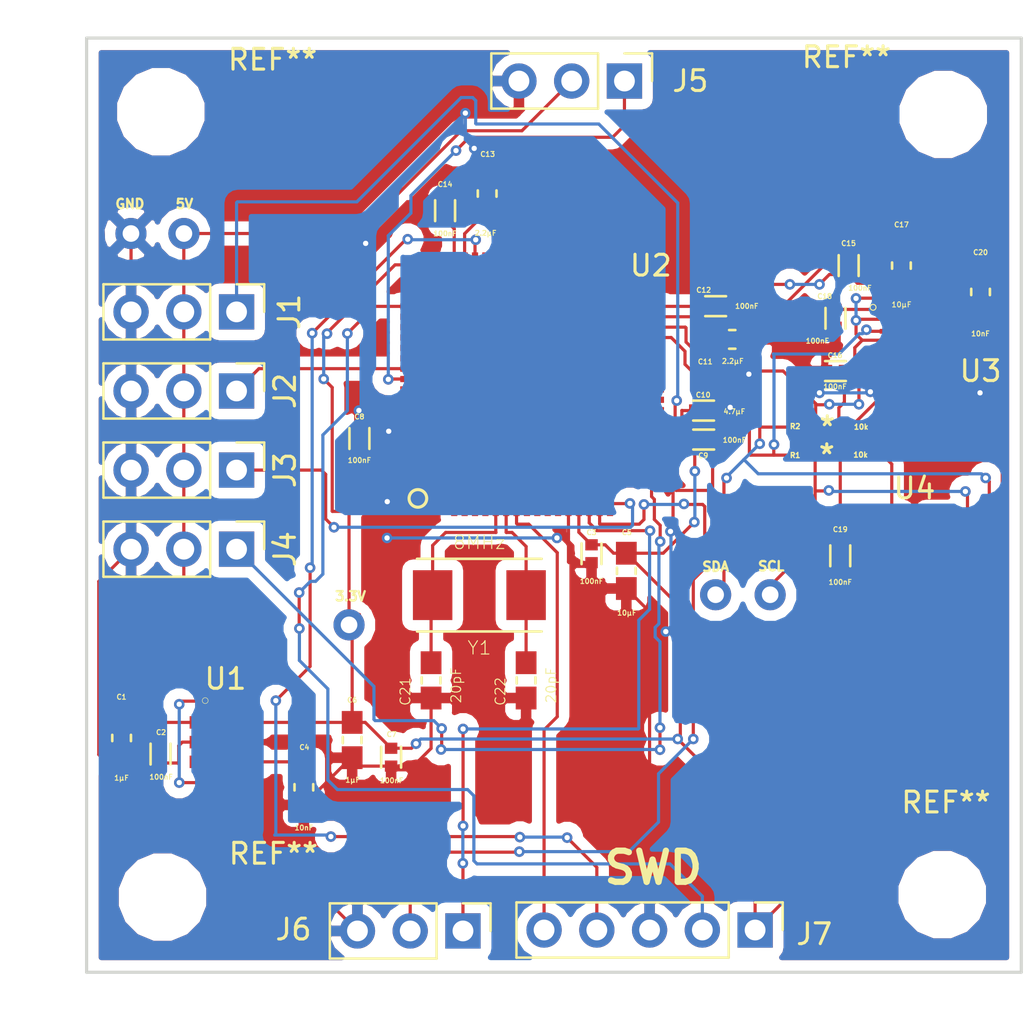
<source format=kicad_pcb>
(kicad_pcb (version 4) (host pcbnew 4.0.7)
  (title_block (title "Quadcopter Flight Controller") (rev v01) (comment 4 "Author : Mav Cuyugan"))
  (layers (0 F.Cu signal) (31 B.Cu signal) (34 B.Paste user) (35 F.Paste user) (36 B.SilkS user) (37 F.SilkS user) (38 B.Mask user) (39 F.Mask user) (44 Edge.Cuts user))
  (net 0 "")
  (net 1 +5V)
  (net 2 GND)
  (net 3 +3V3)
  (net 4 "Net-(C4-Pad1)")
  (net 5 "Net-(C11-Pad1)")
  (net 6 "Net-(C13-Pad1)")
  (net 7 "Net-(C18-Pad1)")
  (net 8 "Net-(C20-Pad2)")
  (net 9 "Net-(C21-Pad2)")
  (net 10 "Net-(C22-Pad2)")
  (net 11 TIM2_CH1)
  (net 12 TIM2_CH2)
  (net 13 TIM2_CH3)
  (net 14 TIM2_CH4)
  (net 15 TIM3_CH1)
  (net 16 UART4_TX)
  (net 17 UART4_RX)
  (net 18 SWCLK)
  (net 19 SWDIO)
  (net 20 RESET)
  (net 21 I2C2_SCL)
  (net 22 I2C2_SDA)
  (net 23 "Net-(U2-Pad62)")
  (net 24 "Net-(U2-Pad61)")
  (net 25 "Net-(U2-Pad59)")
  (net 26 "Net-(U2-Pad58)")
  (net 27 "Net-(U2-Pad57)")
  (net 28 "Net-(U2-Pad54)")
  (net 29 "Net-(U2-Pad53)")
  (net 30 "Net-(U2-Pad52)")
  (net 31 "Net-(U2-Pad51)")
  (net 32 "Net-(U2-Pad50)")
  (net 33 "Net-(U2-Pad45)")
  (net 34 "Net-(U2-Pad44)")
  (net 35 "Net-(U2-Pad43)")
  (net 36 "Net-(U2-Pad42)")
  (net 37 "Net-(U2-Pad41)")
  (net 38 "Net-(U2-Pad40)")
  (net 39 "Net-(U2-Pad39)")
  (net 40 "Net-(U2-Pad38)")
  (net 41 "Net-(U2-Pad37)")
  (net 42 "Net-(U2-Pad36)")
  (net 43 "Net-(U2-Pad35)")
  (net 44 "Net-(U2-Pad34)")
  (net 45 "Net-(U2-Pad33)")
  (net 46 "Net-(U2-Pad28)")
  (net 47 "Net-(U2-Pad27)")
  (net 48 "Net-(U2-Pad26)")
  (net 49 "Net-(U2-Pad25)")
  (net 50 "Net-(U2-Pad24)")
  (net 51 "Net-(U2-Pad23)")
  (net 52 "Net-(U2-Pad22)")
  (net 53 "Net-(U2-Pad20)")
  (net 54 "Net-(U2-Pad11)")
  (net 55 "Net-(U2-Pad10)")
  (net 56 "Net-(U2-Pad9)")
  (net 57 "Net-(U2-Pad8)")
  (net 58 "Net-(U2-Pad4)")
  (net 59 "Net-(U2-Pad3)")
  (net 60 "Net-(U2-Pad2)")
  (net 61 "Net-(U3-Pad12)")
  (net 62 "Net-(U3-Pad11)")
  (net 63 "Net-(U3-Pad10)")
  (net 64 "Net-(U3-Pad9)")
  (net 65 "Net-(U4-Pad6)")
  (module Mounting_Holes:MountingHole_3.2mm_M3 (layer F.Cu) (at 119.02 135.74)
    (fp_text reference REF** (at 5.34 -2.09) (layer F.SilkS))
    (fp_text value M3)
    (pad 1 np_thru_hole circle (at 0 0) (size 3.2 3.2) (drill 3.2) (layers *.Cu *.Mask))
  )
  (module Mounting_Holes:MountingHole_3.2mm_M3 (layer F.Cu) (at 156.56 135.62)
    (fp_text reference REF** (at 0.18 -4.44) (layer F.SilkS))
    (fp_text value M3)
    (pad 1 np_thru_hole circle (at 0 0) (size 3.2 3.2) (drill 3.2) (layers *.Cu *.Mask))
  )
  (module Mounting_Holes:MountingHole_3.2mm_M3 (layer F.Cu) (at 156.61 98.04)
    (fp_text reference REF** (at -4.66 -2.76) (layer F.SilkS))
    (fp_text value M3)
    (pad 1 np_thru_hole circle (at 0 0) (size 3.2 3.2) (drill 3.2) (layers *.Cu *.Mask))
  )
  (module CC0603KRX5R8BB105:CAPC1608X90 (layer F.Cu) (at 117.05 128.075 270)
    (fp_text reference C1 (at -1.975 0.005 360) (layer F.SilkS) (effects (font (size 0.241029 0.241029) (thickness 0.05))))
    (fp_text value 1μF (at 1.925 0.005 360) (layer F.SilkS) (effects (font (size 0.241029 0.241029) (thickness 0.05))))
    (pad 1 smd rect (at -0.85 0 270) (size 1.1 1) (layers F.Cu F.Paste F.Mask) (net 1 +5V))
    (pad 2 smd rect (at 0.85 0 270) (size 1.1 1) (layers F.Cu F.Paste F.Mask) (net 2 GND))
  )
  (module CC0402ZRY5V7BB104:CAPC1005X55N (layer F.Cu) (at 118.925 128.85 270)
    (fp_text reference C2 (at -1.045 -0.025 360) (layer F.SilkS) (effects (font (size 0.241029 0.241029) (thickness 0.05))))
    (fp_text value 100nF (at 1.105 -0.025 360) (layer F.SilkS) (effects (font (size 0.240973 0.240973) (thickness 0.05))))
    (pad 1 smd rect (at -0.43 0) (size 0.6 0.54) (layers F.Cu F.Paste F.Mask) (net 1 +5V))
    (pad 2 smd rect (at 0.43 0) (size 0.6 0.54) (layers F.Cu F.Paste F.Mask) (net 2 GND))
  )
  (module CC0402ZRY5V7BB104:CAPC1005X55N (layer F.Cu) (at 139.675 119.2 270)
    (fp_text reference C3 (at -1.025 0 360) (layer F.SilkS) (effects (font (size 0.241029 0.241029) (thickness 0.05))))
    (fp_text value 100nF (at 1.325 0 360) (layer F.SilkS) (effects (font (size 0.240973 0.240973) (thickness 0.05))))
    (pad 1 smd rect (at -0.43 0) (size 0.6 0.54) (layers F.Cu F.Paste F.Mask) (net 3 +3V3))
    (pad 2 smd rect (at 0.43 0) (size 0.6 0.54) (layers F.Cu F.Paste F.Mask) (net 2 GND))
  )
  (module CC0603KRX7R9BB103:CAPC1608X90 (layer F.Cu) (at 125.825 130.45 270)
    (fp_text reference C4 (at -1.925 -0.025 360) (layer F.SilkS) (effects (font (size 0.241029 0.241029) (thickness 0.05))))
    (fp_text value 10nF (at 1.95 0 360) (layer F.SilkS) (effects (font (size 0.241029 0.241029) (thickness 0.05))))
    (pad 1 smd rect (at -0.85 0 270) (size 1.1 1) (layers F.Cu F.Paste F.Mask) (net 4 "Net-(C4-Pad1)"))
    (pad 2 smd rect (at 0.85 0 270) (size 1.1 1) (layers F.Cu F.Paste F.Mask) (net 2 GND))
  )
  (module CC0603MRX5R5BB106:CAPC1608X90 (layer F.Cu) (at 141.35 120.025 270)
    (fp_text reference C5 (at -1.85 -0.025 360) (layer F.SilkS) (effects (font (size 0.241029 0.241029) (thickness 0.05))))
    (fp_text value 10μF (at 2.025 -0.025 360) (layer F.SilkS) (effects (font (size 0.241029 0.241029) (thickness 0.05))))
    (pad 1 smd rect (at -0.85 0 270) (size 1.1 1) (layers F.Cu F.Paste F.Mask) (net 3 +3V3))
    (pad 2 smd rect (at 0.85 0 270) (size 1.1 1) (layers F.Cu F.Paste F.Mask) (net 2 GND))
  )
  (module CC0603KRX5R8BB105:CAPC1608X90 (layer F.Cu) (at 128.15 128.175 270)
    (fp_text reference C6 (at -1.925 0 360) (layer F.SilkS) (effects (font (size 0.241029 0.241029) (thickness 0.05))))
    (fp_text value 1μF (at 1.925 -0.025 360) (layer F.SilkS) (effects (font (size 0.241029 0.241029) (thickness 0.05))))
    (pad 1 smd rect (at -0.85 0 270) (size 1.1 1) (layers F.Cu F.Paste F.Mask) (net 3 +3V3))
    (pad 2 smd rect (at 0.85 0 270) (size 1.1 1) (layers F.Cu F.Paste F.Mask) (net 2 GND))
  )
  (module CC0402ZRY5V7BB104:CAPC1005X55N (layer F.Cu) (at 130.025 129 270)
    (fp_text reference C7 (at -1.1 -0.025 360) (layer F.SilkS) (effects (font (size 0.241029 0.241029) (thickness 0.05))))
    (fp_text value 100nF (at 1.125 -0.025 360) (layer F.SilkS) (effects (font (size 0.240973 0.240973) (thickness 0.05))))
    (pad 1 smd rect (at -0.43 0) (size 0.6 0.54) (layers F.Cu F.Paste F.Mask) (net 3 +3V3))
    (pad 2 smd rect (at 0.43 0) (size 0.6 0.54) (layers F.Cu F.Paste F.Mask) (net 2 GND))
  )
  (module CC0402ZRY5V7BB104:CAPC1005X55N (layer F.Cu) (at 128.5 113.65 90)
    (fp_text reference C8 (at 1.05 0 180) (layer F.SilkS) (effects (font (size 0.241029 0.241029) (thickness 0.05))))
    (fp_text value 100nF (at -1.05 0 180) (layer F.SilkS) (effects (font (size 0.240973 0.240973) (thickness 0.05))))
    (pad 1 smd rect (at -0.43 0 180) (size 0.6 0.54) (layers F.Cu F.Paste F.Mask) (net 3 +3V3))
    (pad 2 smd rect (at 0.43 0 180) (size 0.6 0.54) (layers F.Cu F.Paste F.Mask) (net 2 GND))
  )
  (module CC0402ZRY5V7BB104:CAPC1005X55N (layer F.Cu) (at 145.075 113.7)
    (fp_text reference C9 (at -0.02 0.775) (layer F.SilkS) (effects (font (size 0.241029 0.241029) (thickness 0.05))))
    (fp_text value 100nF (at 1.48 0.025) (layer F.SilkS) (effects (font (size 0.240973 0.240973) (thickness 0.05))))
    (pad 1 smd rect (at -0.43 0 90) (size 0.6 0.54) (layers F.Cu F.Paste F.Mask) (net 3 +3V3))
    (pad 2 smd rect (at 0.43 0 90) (size 0.6 0.54) (layers F.Cu F.Paste F.Mask) (net 2 GND))
  )
  (module CC0402MRX5R4BB475:CAPC1005X55N (layer F.Cu) (at 145.07 112.305)
    (fp_text reference C10 (at -0.02 -0.755) (layer F.SilkS) (effects (font (size 0.241029 0.241029) (thickness 0.05))))
    (fp_text value 4.7μF (at 1.48 0.045) (layer F.SilkS) (effects (font (size 0.240973 0.240973) (thickness 0.05))))
    (pad 1 smd rect (at -0.43 0 90) (size 0.6 0.54) (layers F.Cu F.Paste F.Mask) (net 3 +3V3))
    (pad 2 smd rect (at 0.43 0 90) (size 0.6 0.54) (layers F.Cu F.Paste F.Mask) (net 2 GND))
  )
  (module CC0603KRX5R8BB105:CAPC1608X90 (layer F.Cu) (at 146.45 108.875)
    (fp_text reference C11 (at -1.3 1.075) (layer F.SilkS) (effects (font (size 0.241029 0.241029) (thickness 0.05))))
    (fp_text value 2.2μF (at 0.025 1.05) (layer F.SilkS) (effects (font (size 0.241029 0.241029) (thickness 0.05))))
    (pad 1 smd rect (at -0.85 0) (size 1.1 1) (layers F.Cu F.Paste F.Mask) (net 5 "Net-(C11-Pad1)"))
    (pad 2 smd rect (at 0.85 0) (size 1.1 1) (layers F.Cu F.Paste F.Mask) (net 2 GND))
  )
  (module CC0402ZRY5V7BB104:CAPC1005X55N (layer F.Cu) (at 145.65 107.275)
    (fp_text reference C12 (at -0.575 -0.775) (layer F.SilkS) (effects (font (size 0.241029 0.241029) (thickness 0.05))))
    (fp_text value 100nF (at 1.5 0) (layer F.SilkS) (effects (font (size 0.240973 0.240973) (thickness 0.05))))
    (pad 1 smd rect (at -0.43 0 90) (size 0.6 0.54) (layers F.Cu F.Paste F.Mask) (net 3 +3V3))
    (pad 2 smd rect (at 0.43 0 90) (size 0.6 0.54) (layers F.Cu F.Paste F.Mask) (net 2 GND))
  )
  (module CC0603KRX5R6BB225:CAPC1608X90 (layer F.Cu) (at 134.65 101.85 90)
    (fp_text reference C13 (at 1.895 0.025 180) (layer F.SilkS) (effects (font (size 0.241029 0.241029) (thickness 0.05))))
    (fp_text value 2.2μF (at -1.905 -0.075 180) (layer F.SilkS) (effects (font (size 0.241029 0.241029) (thickness 0.05))))
    (pad 1 smd rect (at -0.85 0 90) (size 1.1 1) (layers F.Cu F.Paste F.Mask) (net 6 "Net-(C13-Pad1)"))
    (pad 2 smd rect (at 0.85 0 90) (size 1.1 1) (layers F.Cu F.Paste F.Mask) (net 2 GND))
  )
  (module CC0402ZRY5V7BB104:CAPC1005X55N (layer F.Cu) (at 132.625 102.675 90)
    (fp_text reference C14 (at 1.27 0 180) (layer F.SilkS) (effects (font (size 0.241029 0.241029) (thickness 0.05))))
    (fp_text value 100nF (at -1.105 -0.005 180) (layer F.SilkS) (effects (font (size 0.240973 0.240973) (thickness 0.05))))
    (pad 1 smd rect (at -0.43 0 180) (size 0.6 0.54) (layers F.Cu F.Paste F.Mask) (net 3 +3V3))
    (pad 2 smd rect (at 0.43 0 180) (size 0.6 0.54) (layers F.Cu F.Paste F.Mask) (net 2 GND))
  )
  (module CC0402ZRY5V7BB104:CAPC1005X55N (layer F.Cu) (at 152.055 105.32 90)
    (fp_text reference C15 (at 1.07 -0.005 180) (layer F.SilkS) (effects (font (size 0.241029 0.241029) (thickness 0.05))))
    (fp_text value 100nF (at -1.08 0.545 180) (layer F.SilkS) (effects (font (size 0.240973 0.240973) (thickness 0.05))))
    (pad 1 smd rect (at -0.43 0 180) (size 0.6 0.54) (layers F.Cu F.Paste F.Mask) (net 3 +3V3))
    (pad 2 smd rect (at 0.43 0 180) (size 0.6 0.54) (layers F.Cu F.Paste F.Mask) (net 2 GND))
  )
  (module CC0402ZRY5V7BB104:CAPC1005X55N (layer F.Cu) (at 151.42 110.4 180)
    (fp_text reference C16 (at 0.02 0.75 180) (layer F.SilkS) (effects (font (size 0.241029 0.241029) (thickness 0.05))))
    (fp_text value 100nF (at 0.02 -0.75 180) (layer F.SilkS) (effects (font (size 0.240973 0.240973) (thickness 0.05))))
    (pad 1 smd rect (at -0.43 0 270) (size 0.6 0.54) (layers F.Cu F.Paste F.Mask) (net 3 +3V3))
    (pad 2 smd rect (at 0.43 0 270) (size 0.6 0.54) (layers F.Cu F.Paste F.Mask) (net 2 GND))
  )
  (module CC0603MRX5R5BB106:CAPC1608X90 (layer F.Cu) (at 154.595 105.32 90)
    (fp_text reference C17 (at 1.97 0.005 180) (layer F.SilkS) (effects (font (size 0.241029 0.241029) (thickness 0.05))))
    (fp_text value 10μF (at -1.88 0.005 180) (layer F.SilkS) (effects (font (size 0.25 0.25) (thickness 0.045))))
    (pad 1 smd rect (at -0.85 0 90) (size 1.1 1) (layers F.Cu F.Paste F.Mask) (net 3 +3V3))
    (pad 2 smd rect (at 0.85 0 90) (size 1.1 1) (layers F.Cu F.Paste F.Mask) (net 2 GND))
  )
  (module CC0402ZRY5V7BB104:CAPC1005X55N (layer F.Cu) (at 151.42 107.86 270)
    (fp_text reference C18 (at -1.06 0.52 360) (layer F.SilkS) (effects (font (size 0.241029 0.241029) (thickness 0.05))))
    (fp_text value 100nF (at 1.09 0.87 360) (layer F.SilkS) (effects (font (size 0.240973 0.240973) (thickness 0.05))))
    (pad 1 smd rect (at -0.43 0) (size 0.6 0.54) (layers F.Cu F.Paste F.Mask) (net 7 "Net-(C18-Pad1)"))
    (pad 2 smd rect (at 0.43 0) (size 0.6 0.54) (layers F.Cu F.Paste F.Mask) (net 2 GND))
  )
  (module CC0402ZRY5V7BB104:CAPC1005X55N (layer F.Cu) (at 151.65 119.3 270)
    (fp_text reference C19 (at -1.27 0 360) (layer F.SilkS) (effects (font (size 0.241029 0.241029) (thickness 0.05))))
    (fp_text value 100nF (at 1.27 0 360) (layer F.SilkS) (effects (font (size 0.240973 0.240973) (thickness 0.05))))
    (pad 1 smd rect (at -0.43 0) (size 0.6 0.54) (layers F.Cu F.Paste F.Mask) (net 3 +3V3))
    (pad 2 smd rect (at 0.43 0) (size 0.6 0.54) (layers F.Cu F.Paste F.Mask) (net 2 GND))
  )
  (module CC0603KRX7R9BB103:CAPC1608X90 (layer F.Cu) (at 158.405 106.59 90)
    (fp_text reference C20 (at 1.905 0 180) (layer F.SilkS) (effects (font (size 0.241029 0.241029) (thickness 0.05))))
    (fp_text value 10nF (at -2.01 -0.005 180) (layer F.SilkS) (effects (font (size 0.241029 0.241029) (thickness 0.05))))
    (pad 1 smd rect (at -0.85 0 90) (size 1.1 1) (layers F.Cu F.Paste F.Mask) (net 2 GND))
    (pad 2 smd rect (at 0.85 0 90) (size 1.1 1) (layers F.Cu F.Paste F.Mask) (net 8 "Net-(C20-Pad2)"))
  )
  (module CC0603JRNPO9BN200:CAPC1608X90 (layer F.Cu) (at 131.95 125.3 90)
    (fp_text reference C21 (at -0.53684 -1.23925 90) (layer F.SilkS) (effects (font (size 0.474067 0.474067) (thickness 0.05))))
    (fp_text value 20pF (at -0.235343 1.20679 90) (layer F.SilkS) (effects (font (size 0.473139 0.473139) (thickness 0.05))))
    (pad 1 smd rect (at -0.85 0 90) (size 1.1 1) (layers F.Cu F.Paste F.Mask) (net 2 GND))
    (pad 2 smd rect (at 0.85 0 90) (size 1.1 1) (layers F.Cu F.Paste F.Mask) (net 9 "Net-(C21-Pad2)"))
  )
  (module CC0603JRNPO9BN200:CAPC1608X90 (layer F.Cu) (at 136.525 125.3 90)
    (fp_text reference C22 (at -0.53684 -1.23925 90) (layer F.SilkS) (effects (font (size 0.474067 0.474067) (thickness 0.05))))
    (fp_text value 20pF (at -0.235343 1.20679 90) (layer F.SilkS) (effects (font (size 0.473139 0.473139) (thickness 0.05))))
    (pad 1 smd rect (at -0.85 0 90) (size 1.1 1) (layers F.Cu F.Paste F.Mask) (net 2 GND))
    (pad 2 smd rect (at 0.85 0 90) (size 1.1 1) (layers F.Cu F.Paste F.Mask) (net 10 "Net-(C22-Pad2)"))
  )
  (module Pin_Headers:Pin_Header_Straight_1x03_Pitch2.54mm (layer F.Cu) (at 122.585 107.55 270)
    (fp_text reference J1 (at 0 -2.54 450) (layer F.SilkS))
    (fp_text value ESC1)
    (pad 1 thru_hole rect (at 0 0 270) (size 1.7 1.7) (drill 1) (layers *.Cu *.Mask) (net 11 TIM2_CH1))
    (pad 2 thru_hole oval (at 0 2.54 270) (size 1.7 1.7) (drill 1) (layers *.Cu *.Mask) (net 1 +5V))
    (pad 3 thru_hole oval (at 0 5.08 270) (size 1.7 1.7) (drill 1) (layers *.Cu *.Mask) (net 2 GND))
  )
  (module Pin_Headers:Pin_Header_Straight_1x03_Pitch2.54mm (layer F.Cu) (at 122.585 111.36 270)
    (fp_text reference J2 (at 0 -2.33 270) (layer F.SilkS))
    (fp_text value ESC2)
    (pad 1 thru_hole rect (at 0 0 270) (size 1.7 1.7) (drill 1) (layers *.Cu *.Mask) (net 12 TIM2_CH2))
    (pad 2 thru_hole oval (at 0 2.54 270) (size 1.7 1.7) (drill 1) (layers *.Cu *.Mask) (net 1 +5V))
    (pad 3 thru_hole oval (at 0 5.08 270) (size 1.7 1.7) (drill 1) (layers *.Cu *.Mask) (net 2 GND))
  )
  (module Pin_Headers:Pin_Header_Straight_1x03_Pitch2.54mm (layer F.Cu) (at 122.585 115.17 270)
    (fp_text reference J3 (at 0 -2.33 270) (layer F.SilkS))
    (fp_text value ESC3)
    (pad 1 thru_hole rect (at 0 0 270) (size 1.7 1.7) (drill 1) (layers *.Cu *.Mask) (net 13 TIM2_CH3))
    (pad 2 thru_hole oval (at 0 2.54 270) (size 1.7 1.7) (drill 1) (layers *.Cu *.Mask) (net 1 +5V))
    (pad 3 thru_hole oval (at 0 5.08 270) (size 1.7 1.7) (drill 1) (layers *.Cu *.Mask) (net 2 GND))
  )
  (module Pin_Headers:Pin_Header_Straight_1x03_Pitch2.54mm (layer F.Cu) (at 122.585 118.98 270)
    (fp_text reference J4 (at 0 -2.33 270) (layer F.SilkS))
    (fp_text value ESC4)
    (pad 1 thru_hole rect (at 0 0 270) (size 1.7 1.7) (drill 1) (layers *.Cu *.Mask) (net 14 TIM2_CH4))
    (pad 2 thru_hole oval (at 0 2.54 270) (size 1.7 1.7) (drill 1) (layers *.Cu *.Mask) (net 1 +5V))
    (pad 3 thru_hole oval (at 0 5.08 270) (size 1.7 1.7) (drill 1) (layers *.Cu *.Mask) (net 2 GND))
  )
  (module Pin_Headers:Pin_Header_Straight_1x03_Pitch2.54mm (layer F.Cu) (at 141.26 96.43 270)
    (fp_text reference J5 (at 0 -3.175 360) (layer F.SilkS))
    (fp_text value RECEIVER)
    (pad 1 thru_hole rect (at 0 0 270) (size 1.7 1.7) (drill 1) (layers *.Cu *.Mask) (net 15 TIM3_CH1))
    (pad 2 thru_hole oval (at 0 2.54 270) (size 1.7 1.7) (drill 1) (layers *.Cu *.Mask) (net 1 +5V))
    (pad 3 thru_hole oval (at 0 5.08 270) (size 1.7 1.7) (drill 1) (layers *.Cu *.Mask) (net 2 GND))
  )
  (module Pin_Headers:Pin_Header_Straight_1x03_Pitch2.54mm (layer F.Cu) (at 133.485 137.37 270)
    (fp_text reference J6 (at -0.07 8.16 360) (layer F.SilkS))
    (fp_text value SERIAL)
    (pad 1 thru_hole rect (at 0 0 270) (size 1.7 1.7) (drill 1) (layers *.Cu *.Mask) (net 16 UART4_TX))
    (pad 2 thru_hole oval (at 0 2.54 270) (size 1.7 1.7) (drill 1) (layers *.Cu *.Mask) (net 17 UART4_RX))
    (pad 3 thru_hole oval (at 0 5.08 270) (size 1.7 1.7) (drill 1) (layers *.Cu *.Mask) (net 2 GND))
  )
  (module footprints:RC0402FR-0710KL (layer F.Cu) (at 151 114.45 180)
    (fp_text reference R1 (at 1.52 -0.01 180) (layer F.SilkS) (effects (font (size 0.25 0.25) (thickness 0.0625))))
    (fp_text value 10k (at -1.63 0.015 180) (layer F.SilkS) (effects (font (size 0.25 0.25) (thickness 0.0625))))
    (fp_text user * (at 0 0 180) (layer F.SilkS))
    (fp_line (start -0.1778 -0.2032) (end 0.1778 -0.2032) (layer F.Cu) (width 0.1524))
    (fp_line (start 0.1778 -0.2032) (end 0.1778 0.2032) (layer F.Cu) (width 0.1524))
    (fp_line (start 0.1778 0.2032) (end -0.1778 0.2032) (layer F.Cu) (width 0.1524))
    (fp_line (start -0.1778 0.2032) (end -0.1778 -0.2032) (layer F.Cu) (width 0.1524))
    (pad 1 smd rect (at -0.5588 0 180) (size 0.6604 0.508) (layers F.Cu F.Paste F.Mask) (net 3 +3V3))
    (pad 2 smd rect (at 0.5588 0 180) (size 0.6604 0.508) (layers F.Cu F.Paste F.Mask) (net 21 I2C2_SCL))
  )
  (module footprints:RC0402FR-0710KL (layer F.Cu) (at 151.025 113.1 180)
    (fp_text reference R2 (at 1.545 0.035 180) (layer F.SilkS) (effects (font (size 0.25 0.25) (thickness 0.0625))))
    (fp_text value 10k (at -1.63 0.01 180) (layer F.SilkS) (effects (font (size 0.25 0.25) (thickness 0.0625))))
    (fp_text user * (at 0 0 180) (layer F.SilkS))
    (fp_line (start -0.1778 -0.2032) (end 0.1778 -0.2032) (layer F.Cu) (width 0.1524))
    (fp_line (start 0.1778 -0.2032) (end 0.1778 0.2032) (layer F.Cu) (width 0.1524))
    (fp_line (start 0.1778 0.2032) (end -0.1778 0.2032) (layer F.Cu) (width 0.1524))
    (fp_line (start -0.1778 0.2032) (end -0.1778 -0.2032) (layer F.Cu) (width 0.1524))
    (pad 1 smd rect (at -0.5588 0 180) (size 0.6604 0.508) (layers F.Cu F.Paste F.Mask) (net 3 +3V3))
    (pad 2 smd rect (at 0.5588 0 180) (size 0.6604 0.508) (layers F.Cu F.Paste F.Mask) (net 22 I2C2_SDA))
  )
  (module st-ics:LD3985MxxR (layer F.Cu) (at 122.075 128.275 90)
    (fp_text reference U1 (at 3.05 -0.025 180) (layer F.SilkS))
    (fp_text value LD3985M33R)
    (pad 5 smd rect (at 0.95 1.15 90) (size 0.6 1.2) (layers F.Cu F.Paste F.Mask) (net 3 +3V3))
    (pad 4 smd rect (at -0.95 1.15 90) (size 0.6 1.2) (layers F.Cu F.Paste F.Mask) (net 4 "Net-(C4-Pad1)"))
    (pad 3 smd rect (at -0.95 -1.15 90) (size 0.6 1.2) (layers F.Cu F.Paste F.Mask) (net 1 +5V))
    (pad 2 smd rect (at 0 -1.15 90) (size 0.6 1.2) (layers F.Cu F.Paste F.Mask) (net 2 GND))
    (pad 1 smd rect (at 0.95 -1.15 90) (size 0.6 1.2) (layers F.Cu F.Paste F.Mask) (net 1 +5V))
  )
  (module st-microcontrollers:STM32F405RxTx-LQFP64 (layer F.Cu) (at 136.815 111.035)
    (fp_text reference U2 (at 5.715 -5.715) (layer F.SilkS))
    (fp_text value STM32F405RG-LQFP64)
    (pad 64 smd rect (at -5.75 3.75 90) (size 0.3 1.2) (layers F.Cu F.Paste F.Mask) (net 3 +3V3))
    (pad 63 smd rect (at -5.75 3.25 90) (size 0.3 1.2) (layers F.Cu F.Paste F.Mask) (net 2 GND))
    (pad 62 smd rect (at -5.75 2.75 90) (size 0.3 1.2) (layers F.Cu F.Paste F.Mask) (net 23 "Net-(U2-Pad62)"))
    (pad 61 smd rect (at -5.75 2.25 90) (size 0.3 1.2) (layers F.Cu F.Paste F.Mask) (net 24 "Net-(U2-Pad61)"))
    (pad 60 smd rect (at -5.75 1.75 90) (size 0.3 1.2) (layers F.Cu F.Paste F.Mask) (net 2 GND))
    (pad 59 smd rect (at -5.75 1.25 90) (size 0.3 1.2) (layers F.Cu F.Paste F.Mask) (net 25 "Net-(U2-Pad59)"))
    (pad 58 smd rect (at -5.75 0.75 90) (size 0.3 1.2) (layers F.Cu F.Paste F.Mask) (net 26 "Net-(U2-Pad58)"))
    (pad 57 smd rect (at -5.75 0.25 90) (size 0.3 1.2) (layers F.Cu F.Paste F.Mask) (net 27 "Net-(U2-Pad57)"))
    (pad 56 smd rect (at -5.75 -0.25 90) (size 0.3 1.2) (layers F.Cu F.Paste F.Mask) (net 15 TIM3_CH1))
    (pad 55 smd rect (at -5.75 -0.75 90) (size 0.3 1.2) (layers F.Cu F.Paste F.Mask) (net 12 TIM2_CH2))
    (pad 54 smd rect (at -5.75 -1.25 90) (size 0.3 1.2) (layers F.Cu F.Paste F.Mask) (net 28 "Net-(U2-Pad54)"))
    (pad 53 smd rect (at -5.75 -1.75 90) (size 0.3 1.2) (layers F.Cu F.Paste F.Mask) (net 29 "Net-(U2-Pad53)"))
    (pad 52 smd rect (at -5.75 -2.25 90) (size 0.3 1.2) (layers F.Cu F.Paste F.Mask) (net 30 "Net-(U2-Pad52)"))
    (pad 51 smd rect (at -5.75 -2.75 90) (size 0.3 1.2) (layers F.Cu F.Paste F.Mask) (net 31 "Net-(U2-Pad51)"))
    (pad 50 smd rect (at -5.75 -3.25 90) (size 0.3 1.2) (layers F.Cu F.Paste F.Mask) (net 32 "Net-(U2-Pad50)"))
    (pad 49 smd rect (at -5.75 -3.75 90) (size 0.3 1.2) (layers F.Cu F.Paste F.Mask) (net 18 SWCLK))
    (pad 48 smd rect (at -3.75 -5.75) (size 0.3 1.2) (layers F.Cu F.Paste F.Mask) (net 3 +3V3))
    (pad 47 smd rect (at -3.25 -5.75) (size 0.3 1.2) (layers F.Cu F.Paste F.Mask) (net 6 "Net-(C13-Pad1)"))
    (pad 46 smd rect (at -2.75 -5.75) (size 0.3 1.2) (layers F.Cu F.Paste F.Mask) (net 19 SWDIO))
    (pad 45 smd rect (at -2.25 -5.75) (size 0.3 1.2) (layers F.Cu F.Paste F.Mask) (net 33 "Net-(U2-Pad45)"))
    (pad 44 smd rect (at -1.75 -5.75) (size 0.3 1.2) (layers F.Cu F.Paste F.Mask) (net 34 "Net-(U2-Pad44)"))
    (pad 43 smd rect (at -1.25 -5.75) (size 0.3 1.2) (layers F.Cu F.Paste F.Mask) (net 35 "Net-(U2-Pad43)"))
    (pad 42 smd rect (at -0.75 -5.75) (size 0.3 1.2) (layers F.Cu F.Paste F.Mask) (net 36 "Net-(U2-Pad42)"))
    (pad 41 smd rect (at -0.25 -5.75) (size 0.3 1.2) (layers F.Cu F.Paste F.Mask) (net 37 "Net-(U2-Pad41)"))
    (pad 40 smd rect (at 0.25 -5.75) (size 0.3 1.2) (layers F.Cu F.Paste F.Mask) (net 38 "Net-(U2-Pad40)"))
    (pad 39 smd rect (at 0.75 -5.75) (size 0.3 1.2) (layers F.Cu F.Paste F.Mask) (net 39 "Net-(U2-Pad39)"))
    (pad 38 smd rect (at 1.25 -5.75) (size 0.3 1.2) (layers F.Cu F.Paste F.Mask) (net 40 "Net-(U2-Pad38)"))
    (pad 37 smd rect (at 1.75 -5.75) (size 0.3 1.2) (layers F.Cu F.Paste F.Mask) (net 41 "Net-(U2-Pad37)"))
    (pad 36 smd rect (at 2.25 -5.75) (size 0.3 1.2) (layers F.Cu F.Paste F.Mask) (net 42 "Net-(U2-Pad36)"))
    (pad 35 smd rect (at 2.75 -5.75) (size 0.3 1.2) (layers F.Cu F.Paste F.Mask) (net 43 "Net-(U2-Pad35)"))
    (pad 34 smd rect (at 3.25 -5.75) (size 0.3 1.2) (layers F.Cu F.Paste F.Mask) (net 44 "Net-(U2-Pad34)"))
    (pad 33 smd rect (at 3.75 -5.75) (size 0.3 1.2) (layers F.Cu F.Paste F.Mask) (net 45 "Net-(U2-Pad33)"))
    (pad 32 smd rect (at 5.75 -3.75 90) (size 0.3 1.2) (layers F.Cu F.Paste F.Mask) (net 3 +3V3))
    (pad 31 smd rect (at 5.75 -3.25 90) (size 0.3 1.2) (layers F.Cu F.Paste F.Mask) (net 5 "Net-(C11-Pad1)"))
    (pad 30 smd rect (at 5.75 -2.75 90) (size 0.3 1.2) (layers F.Cu F.Paste F.Mask) (net 22 I2C2_SDA))
    (pad 29 smd rect (at 5.75 -2.25 90) (size 0.3 1.2) (layers F.Cu F.Paste F.Mask) (net 21 I2C2_SCL))
    (pad 28 smd rect (at 5.75 -1.75 90) (size 0.3 1.2) (layers F.Cu F.Paste F.Mask) (net 46 "Net-(U2-Pad28)"))
    (pad 27 smd rect (at 5.75 -1.25 90) (size 0.3 1.2) (layers F.Cu F.Paste F.Mask) (net 47 "Net-(U2-Pad27)"))
    (pad 26 smd rect (at 5.75 -0.75 90) (size 0.3 1.2) (layers F.Cu F.Paste F.Mask) (net 48 "Net-(U2-Pad26)"))
    (pad 25 smd rect (at 5.75 -0.25 90) (size 0.3 1.2) (layers F.Cu F.Paste F.Mask) (net 49 "Net-(U2-Pad25)"))
    (pad 24 smd rect (at 5.75 0.25 90) (size 0.3 1.2) (layers F.Cu F.Paste F.Mask) (net 50 "Net-(U2-Pad24)"))
    (pad 23 smd rect (at 5.75 0.75 90) (size 0.3 1.2) (layers F.Cu F.Paste F.Mask) (net 51 "Net-(U2-Pad23)"))
    (pad 22 smd rect (at 5.75 1.25 90) (size 0.3 1.2) (layers F.Cu F.Paste F.Mask) (net 52 "Net-(U2-Pad22)"))
    (pad 21 smd rect (at 5.75 1.75 90) (size 0.3 1.2) (layers F.Cu F.Paste F.Mask) (net 11 TIM2_CH1))
    (pad 20 smd rect (at 5.75 2.25 90) (size 0.3 1.2) (layers F.Cu F.Paste F.Mask) (net 53 "Net-(U2-Pad20)"))
    (pad 19 smd rect (at 5.75 2.75 90) (size 0.3 1.2) (layers F.Cu F.Paste F.Mask) (net 3 +3V3))
    (pad 18 smd rect (at 5.75 3.25 90) (size 0.3 1.2) (layers F.Cu F.Paste F.Mask) (net 2 GND))
    (pad 17 smd rect (at 5.75 3.75 90) (size 0.3 1.2) (layers F.Cu F.Paste F.Mask) (net 14 TIM2_CH4))
    (pad 16 smd rect (at 3.75 5.75) (size 0.3 1.2) (layers F.Cu F.Paste F.Mask) (net 13 TIM2_CH3))
    (pad 15 smd rect (at 3.25 5.75) (size 0.3 1.2) (layers F.Cu F.Paste F.Mask) (net 17 UART4_RX))
    (pad 14 smd rect (at 2.75 5.75) (size 0.3 1.2) (layers F.Cu F.Paste F.Mask) (net 16 UART4_TX))
    (pad 13 smd rect (at 2.25 5.75) (size 0.3 1.2) (layers F.Cu F.Paste F.Mask) (net 3 +3V3))
    (pad 12 smd rect (at 1.75 5.75) (size 0.3 1.2) (layers F.Cu F.Paste F.Mask) (net 2 GND))
    (pad 11 smd rect (at 1.25 5.75) (size 0.3 1.2) (layers F.Cu F.Paste F.Mask) (net 54 "Net-(U2-Pad11)"))
    (pad 10 smd rect (at 0.75 5.75) (size 0.3 1.2) (layers F.Cu F.Paste F.Mask) (net 55 "Net-(U2-Pad10)"))
    (pad 9 smd rect (at 0.25 5.75) (size 0.3 1.2) (layers F.Cu F.Paste F.Mask) (net 56 "Net-(U2-Pad9)"))
    (pad 8 smd rect (at -0.25 5.75) (size 0.3 1.2) (layers F.Cu F.Paste F.Mask) (net 57 "Net-(U2-Pad8)"))
    (pad 7 smd rect (at -0.75 5.75) (size 0.3 1.2) (layers F.Cu F.Paste F.Mask) (net 20 RESET))
    (pad 6 smd rect (at -1.25 5.75) (size 0.3 1.2) (layers F.Cu F.Paste F.Mask) (net 10 "Net-(C22-Pad2)"))
    (pad 5 smd rect (at -1.75 5.75) (size 0.3 1.2) (layers F.Cu F.Paste F.Mask) (net 9 "Net-(C21-Pad2)"))
    (pad 4 smd rect (at -2.25 5.75) (size 0.3 1.2) (layers F.Cu F.Paste F.Mask) (net 58 "Net-(U2-Pad4)"))
    (pad 3 smd rect (at -2.75 5.75) (size 0.3 1.2) (layers F.Cu F.Paste F.Mask) (net 59 "Net-(U2-Pad3)"))
    (pad 2 smd rect (at -3.25 5.75) (size 0.3 1.2) (layers F.Cu F.Paste F.Mask) (net 60 "Net-(U2-Pad2)"))
    (pad 1 smd rect (at -3.75 5.75) (size 0.3 1.2) (layers F.Cu F.Paste F.Mask) (net 2 GND))
  )
  (module st-sensors:LSM9DS1 (layer F.Cu) (at 155.23 109.13)
    (fp_text reference U3 (at 3.175 1.27) (layer F.SilkS))
    (fp_text value LSM9DS1)
    (pad 14 smd rect (at 1.505 0.645 90) (size 0.23 0.35) (layers F.Cu F.Paste F.Mask) (net 2 GND))
    (pad 15 smd rect (at 1.505 0.215 90) (size 0.23 0.35) (layers F.Cu F.Paste F.Mask) (net 2 GND))
    (pad 16 smd rect (at 1.505 -0.215 90) (size 0.23 0.35) (layers F.Cu F.Paste F.Mask) (net 2 GND))
    (pad 17 smd rect (at 1.505 -0.645 90) (size 0.23 0.35) (layers F.Cu F.Paste F.Mask) (net 2 GND))
    (pad 5 smd rect (at -1.505 0.645 90) (size 0.23 0.35) (layers F.Cu F.Paste F.Mask) (net 2 GND))
    (pad 4 smd rect (at -1.505 0.215 90) (size 0.23 0.35) (layers F.Cu F.Paste F.Mask) (net 22 I2C2_SDA))
    (pad 3 smd rect (at -1.505 -0.215 90) (size 0.23 0.35) (layers F.Cu F.Paste F.Mask) (net 3 +3V3))
    (pad 2 smd rect (at -1.505 -0.645 90) (size 0.23 0.35) (layers F.Cu F.Paste F.Mask) (net 21 I2C2_SCL))
    (pad 13 smd rect (at 1.505 1.225) (size 0.23 0.35) (layers F.Cu F.Paste F.Mask) (net 2 GND))
    (pad 12 smd rect (at 1.075 1.225) (size 0.23 0.35) (layers F.Cu F.Paste F.Mask) (net 61 "Net-(U3-Pad12)"))
    (pad 11 smd rect (at 0.645 1.225) (size 0.23 0.35) (layers F.Cu F.Paste F.Mask) (net 62 "Net-(U3-Pad11)"))
    (pad 10 smd rect (at 0.215 1.225) (size 0.23 0.35) (layers F.Cu F.Paste F.Mask) (net 63 "Net-(U3-Pad10)"))
    (pad 9 smd rect (at -0.215 1.225) (size 0.23 0.35) (layers F.Cu F.Paste F.Mask) (net 64 "Net-(U3-Pad9)"))
    (pad 8 smd rect (at -0.645 1.225) (size 0.23 0.35) (layers F.Cu F.Paste F.Mask) (net 3 +3V3))
    (pad 7 smd rect (at -1.075 1.225) (size 0.23 0.35) (layers F.Cu F.Paste F.Mask) (net 3 +3V3))
    (pad 6 smd rect (at -1.505 1.225) (size 0.23 0.35) (layers F.Cu F.Paste F.Mask) (net 2 GND))
    (pad 18 smd rect (at 1.505 -1.225) (size 0.23 0.35) (layers F.Cu F.Paste F.Mask) (net 2 GND))
    (pad 19 smd rect (at 1.075 -1.225) (size 0.23 0.35) (layers F.Cu F.Paste F.Mask) (net 2 GND))
    (pad 20 smd rect (at 0.645 -1.225) (size 0.23 0.35) (layers F.Cu F.Paste F.Mask) (net 2 GND))
    (pad 21 smd rect (at 0.215 -1.225) (size 0.23 0.35) (layers F.Cu F.Paste F.Mask) (net 8 "Net-(C20-Pad2)"))
    (pad 22 smd rect (at -0.215 -1.225) (size 0.23 0.35) (layers F.Cu F.Paste F.Mask) (net 3 +3V3))
    (pad 23 smd rect (at -0.645 -1.225) (size 0.23 0.35) (layers F.Cu F.Paste F.Mask) (net 3 +3V3))
    (pad 24 smd rect (at -1.075 -1.225) (size 0.23 0.35) (layers F.Cu F.Paste F.Mask) (net 7 "Net-(C18-Pad1)"))
    (pad 1 smd rect (at -1.505 -1.225) (size 0.23 0.35) (layers F.Cu F.Paste F.Mask) (net 3 +3V3))
  )
  (module parallax-sensors:MS5607-02BA03 (layer F.Cu) (at 155.23 119.29)
    (fp_text reference U4 (at -0.005 -3.24) (layer F.SilkS))
    (fp_text value MS5607)
    (pad 5 smd rect (at 1.1 1.875) (size 1.1 0.6) (layers F.Cu F.Paste F.Mask) (net 2 GND))
    (pad 6 smd rect (at 1.1 0.625) (size 1.1 0.6) (layers F.Cu F.Paste F.Mask) (net 65 "Net-(U4-Pad6)"))
    (pad 7 smd rect (at 1.1 -0.625) (size 1.1 0.6) (layers F.Cu F.Paste F.Mask) (net 22 I2C2_SDA))
    (pad 8 smd rect (at 1.1 -1.875) (size 1.1 0.6) (layers F.Cu F.Paste F.Mask) (net 21 I2C2_SCL))
    (pad 4 smd rect (at -1.1 1.875) (size 1.1 0.6) (layers F.Cu F.Paste F.Mask) (net 2 GND))
    (pad 3 smd rect (at -1.1 0.625) (size 1.1 0.6) (layers F.Cu F.Paste F.Mask) (net 2 GND))
    (pad 2 smd rect (at -1.1 -0.625) (size 1.1 0.6) (layers F.Cu F.Paste F.Mask) (net 3 +3V3))
    (pad 1 smd rect (at -1.1 -1.875) (size 1.1 0.6) (layers F.Cu F.Paste F.Mask) (net 3 +3V3))
  )
  (module ECS-080-18-23G-JGN-TR:XTAL_ECS-080-18-23G-JGN-TR (layer F.Cu) (at 134.275 121.195 180)
    (fp_text reference Y1 (at 0 -2.54 180) (layer F.SilkS) (effects (font (size 0.641476 0.641476) (thickness 0.05))))
    (fp_text value 8MHz (at 0 2.54 180) (layer F.SilkS) (effects (font (size 0.640728 0.640728) (thickness 0.05))))
    (pad 1 smd rect (at -2.25 0 270) (size 2.4 1.9) (layers F.Cu F.Paste F.Mask) (net 10 "Net-(C22-Pad2)"))
    (pad 2 smd rect (at 2.25 0 270) (size 2.4 1.9) (layers F.Cu F.Paste F.Mask) (net 9 "Net-(C21-Pad2)"))
  )
  (module Pin_Headers:Pin_Header_Straight_1x05_Pitch2.54mm (layer F.Cu) (at 147.55 137.325 270)
    (fp_text reference J7 (at 0.2 -2.85 360) (layer F.SilkS))
    (fp_text value SWD)
    (pad 1 thru_hole rect (at 0 0 270) (size 1.7 1.7) (drill 1) (layers *.Cu *.Mask) (net 3 +3V3))
    (pad 2 thru_hole oval (at 0 2.54 270) (size 1.7 1.7) (drill 1) (layers *.Cu *.Mask) (net 18 SWCLK))
    (pad 3 thru_hole oval (at 0 5.08 270) (size 1.7 1.7) (drill 1) (layers *.Cu *.Mask) (net 2 GND))
    (pad 4 thru_hole oval (at 0 7.62 270) (size 1.7 1.7) (drill 1) (layers *.Cu *.Mask) (net 19 SWDIO))
    (pad 5 thru_hole oval (at 0 10.16 270) (size 1.7 1.7) (drill 1) (layers *.Cu *.Mask) (net 20 RESET))
  )
  (module Measurement_Points:Measurement_Point_Round-TH_Small (layer F.Cu) (at 148.275 121.175)
    (fp_text reference SCL (at 0.05 -1.375) (layer F.SilkS) (effects (font (size 0.45 0.45) (thickness 0.1125))))
    (fp_text value TEST)
    (pad 1 thru_hole circle (at 0 0) (size 1.5 1.5) (drill 0.8) (layers *.Cu *.Mask) (net 21 I2C2_SCL))
  )
  (module Measurement_Points:Measurement_Point_Round-TH_Small (layer F.Cu) (at 145.65 121.175)
    (fp_text reference SDA (at 0 -1.35) (layer F.SilkS) (effects (font (size 0.45 0.45) (thickness 0.1125))))
    (fp_text value TEST)
    (pad 1 thru_hole circle (at 0 0) (size 1.5 1.5) (drill 0.8) (layers *.Cu *.Mask) (net 22 I2C2_SDA))
  )
  (module Measurement_Points:Measurement_Point_Round-TH_Small (layer F.Cu) (at 120.05 103.775)
    (fp_text reference 5V (at 0.025 -1.425) (layer F.SilkS) (effects (font (size 0.45 0.45) (thickness 0.1125))))
    (fp_text value TEST)
    (pad 1 thru_hole circle (at 0 0) (size 1.5 1.5) (drill 0.8) (layers *.Cu *.Mask) (net 1 +5V))
  )
  (module Measurement_Points:Measurement_Point_Round-TH_Small (layer F.Cu) (at 128 122.625)
    (fp_text reference 3.3V (at 0.07 -1.375) (layer F.SilkS) (effects (font (size 0.45 0.45) (thickness 0.1125))))
    (fp_text value TEST)
    (pad 1 thru_hole circle (at 0 0) (size 1.5 1.5) (drill 0.8) (layers *.Cu *.Mask) (net 3 +3V3))
  )
  (module Measurement_Points:Measurement_Point_Round-TH_Small (layer F.Cu) (at 117.5 103.775)
    (fp_text reference GND (at -0.05 -1.425) (layer F.SilkS) (effects (font (size 0.45 0.45) (thickness 0.1125))))
    (fp_text value TEST)
    (pad 1 thru_hole circle (at 0 0) (size 1.5 1.5) (drill 0.8) (layers *.Cu *.Mask) (net 2 GND))
  )
  (module Mounting_Holes:MountingHole_3.2mm_M3 (layer F.Cu) (at 118.94 97.91)
    (fp_text reference REF** (at 5.38 -2.51) (layer F.SilkS))
    (fp_text value M3)
    (pad 1 np_thru_hole circle (at 0 0) (size 3.2 3.2) (drill 3.2) (layers *.Cu *.Mask))
  )
  (gr_text SWD (at 142.65 134.325) (layer F.SilkS) (effects (font (size 1.5 1.5) (thickness 0.3))))
  (gr_line (start 115.365 94.36) (end 160.365 94.36) (angle 90) (layer Edge.Cuts) (width 0.15))
  (gr_line (start 115.365 139.36) (end 160.365 139.36) (angle 90) (layer Edge.Cuts) (width 0.15))
  (gr_line (start 160.365 94.36) (end 160.365 139.36) (angle 90) (layer Edge.Cuts) (width 0.15))
  (gr_line (start 115.365 94.36) (end 115.365 139.36) (angle 90) (layer Edge.Cuts) (width 0.15))
  (segment (start 120.925 129.225) (end 120.925 130.2) (width 0.1524) (layer F.Cu) (net 1))
  (segment (start 120.925 126.5) (end 120.925 127.325) (width 0.1524) (layer F.Cu) (net 1))
  (segment (start 120.725 126.3) (end 120.925 126.5) (width 0.1524) (layer F.Cu) (net 1))
  (segment (start 119.975 126.3) (end 120.725 126.3) (width 0.1524) (layer F.Cu) (net 1))
  (segment (start 119.825 126.45) (end 119.975 126.3) (width 0.1524) (layer F.Cu) (net 1))
  (via (at 119.825 126.45) (size 0.508) (drill 0.254) (layers F.Cu B.Cu) (net 1))
  (segment (start 119.825 130.225) (end 119.825 126.45) (width 0.1524) (layer B.Cu) (net 1))
  (via (at 119.825 130.225) (size 0.508) (drill 0.254) (layers F.Cu B.Cu) (net 1))
  (segment (start 120.9 130.225) (end 119.825 130.225) (width 0.1524) (layer F.Cu) (net 1))
  (segment (start 120.925 130.2) (end 120.9 130.225) (width 0.1524) (layer F.Cu) (net 1))
  (segment (start 117.05 127.225) (end 117.05 126.35) (width 0.1524) (layer F.Cu) (net 1))
  (segment (start 120.045 123.355) (end 120.045 118.98) (width 0.1524) (layer F.Cu) (net 1))
  (segment (start 117.05 126.35) (end 120.045 123.355) (width 0.1524) (layer F.Cu) (net 1))
  (segment (start 118.925 128.42) (end 118.925 127.2) (width 0.1524) (layer F.Cu) (net 1))
  (segment (start 119.05 127.325) (end 120.925 127.325) (width 0.1524) (layer F.Cu) (net 1))
  (segment (start 118.925 127.2) (end 119.05 127.325) (width 0.1524) (layer F.Cu) (net 1))
  (segment (start 117.05 127.225) (end 117.73 127.225) (width 0.1524) (layer F.Cu) (net 1))
  (segment (start 117.73 127.225) (end 118.925 128.42) (width 0.1524) (layer F.Cu) (net 1))
  (segment (start 120.05 103.775) (end 128.45 103.775) (width 0.1524) (layer F.Cu) (net 1))
  (segment (start 136.325 98.825) (end 138.72 96.43) (width 0.1524) (layer F.Cu) (net 1))
  (segment (start 133.4 98.825) (end 136.325 98.825) (width 0.1524) (layer F.Cu) (net 1))
  (segment (start 128.45 103.775) (end 133.4 98.825) (width 0.1524) (layer F.Cu) (net 1))
  (segment (start 120.045 107.55) (end 120.045 103.78) (width 0.1524) (layer F.Cu) (net 1))
  (segment (start 120.045 103.78) (end 120.05 103.775) (width 0.1524) (layer F.Cu) (net 1))
  (segment (start 120.045 111.36) (end 120.045 107.55) (width 0.1524) (layer F.Cu) (net 1))
  (segment (start 120.045 115.17) (end 120.045 111.36) (width 0.1524) (layer F.Cu) (net 1))
  (segment (start 120.045 118.98) (end 120.045 115.17) (width 0.1524) (layer F.Cu) (net 1))
  (segment (start 138.565 118.25) (end 138.2 118.25) (width 0.1524) (layer F.Cu) (net 2))
  (segment (start 129.84 118.43) (end 129.84 116.69) (width 0.1524) (layer F.Cu) (net 2))
  (segment (start 129.83 118.44) (end 129.84 118.43) (width 0.1524) (layer F.Cu) (net 2))
  (via (at 129.83 118.44) (size 0.508) (drill 0.254) (layers F.Cu B.Cu) (net 2))
  (segment (start 138.01 118.44) (end 129.83 118.44) (width 0.1524) (layer B.Cu) (net 2))
  (via (at 138.01 118.44) (size 0.508) (drill 0.254) (layers F.Cu B.Cu) (net 2))
  (segment (start 138.2 118.25) (end 138.01 118.44) (width 0.1524) (layer F.Cu) (net 2))
  (segment (start 139.675 119.63) (end 138.6 119.63) (width 0.1524) (layer F.Cu) (net 2))
  (segment (start 138.565 119.595) (end 138.565 118.25) (width 0.1524) (layer F.Cu) (net 2))
  (segment (start 138.565 118.25) (end 138.565 116.785) (width 0.1524) (layer F.Cu) (net 2))
  (segment (start 138.6 119.63) (end 138.565 119.595) (width 0.1524) (layer F.Cu) (net 2))
  (segment (start 153.1 111.4) (end 158.33 111.4) (width 0.1524) (layer B.Cu) (net 2))
  (segment (start 158.42 110.15) (end 158.405 110.15) (width 0.1524) (layer F.Cu) (net 2))
  (segment (start 158.405 110.165) (end 158.42 110.15) (width 0.1524) (layer F.Cu) (net 2))
  (segment (start 158.405 111.425) (end 158.405 110.165) (width 0.1524) (layer F.Cu) (net 2))
  (segment (start 158.38 111.45) (end 158.405 111.425) (width 0.1524) (layer F.Cu) (net 2))
  (via (at 158.38 111.45) (size 0.508) (drill 0.254) (layers F.Cu B.Cu) (net 2))
  (segment (start 158.33 111.4) (end 158.38 111.45) (width 0.1524) (layer B.Cu) (net 2))
  (segment (start 153.725 109.775) (end 153.485 109.775) (width 0.1524) (layer F.Cu) (net 2))
  (segment (start 153.1 110.16) (end 153.1 111.4) (width 0.1524) (layer F.Cu) (net 2))
  (segment (start 153.485 109.775) (end 153.1 110.16) (width 0.1524) (layer F.Cu) (net 2))
  (segment (start 131.065 114.285) (end 129.625 114.285) (width 0.1524) (layer F.Cu) (net 2))
  (segment (start 129.34 113.22) (end 128.5 113.22) (width 0.1524) (layer F.Cu) (net 2))
  (segment (start 129.38 113.26) (end 129.34 113.22) (width 0.1524) (layer F.Cu) (net 2))
  (segment (start 129.38 114.04) (end 129.38 113.26) (width 0.1524) (layer F.Cu) (net 2))
  (segment (start 129.625 114.285) (end 129.38 114.04) (width 0.1524) (layer F.Cu) (net 2))
  (segment (start 133.065 116.785) (end 129.935 116.785) (width 0.1524) (layer F.Cu) (net 2))
  (segment (start 129.935 116.785) (end 129.84 116.69) (width 0.1524) (layer F.Cu) (net 2))
  (via (at 129.84 116.69) (size 0.508) (drill 0.254) (layers F.Cu B.Cu) (net 2))
  (segment (start 129.9 113.29) (end 129.9 112.785) (width 0.1524) (layer F.Cu) (net 2))
  (segment (start 129.91 113.3) (end 129.9 113.29) (width 0.1524) (layer F.Cu) (net 2))
  (via (at 129.91 113.3) (size 0.508) (drill 0.254) (layers F.Cu B.Cu) (net 2))
  (segment (start 129.91 116.62) (end 129.91 113.3) (width 0.1524) (layer B.Cu) (net 2))
  (segment (start 129.84 116.69) (end 129.91 116.62) (width 0.1524) (layer B.Cu) (net 2))
  (segment (start 139.675 119.63) (end 139.675 120.65) (width 0.1524) (layer F.Cu) (net 2))
  (segment (start 139.9 120.875) (end 141.35 120.875) (width 0.1524) (layer F.Cu) (net 2))
  (segment (start 139.675 120.65) (end 139.9 120.875) (width 0.1524) (layer F.Cu) (net 2))
  (segment (start 145.5 112.305) (end 146.195 112.305) (width 0.1524) (layer F.Cu) (net 2))
  (segment (start 147.3 110.5) (end 147.3 108.875) (width 0.1524) (layer F.Cu) (net 2))
  (segment (start 147.25 110.55) (end 147.3 110.5) (width 0.1524) (layer F.Cu) (net 2))
  (via (at 147.25 110.55) (size 0.508) (drill 0.254) (layers F.Cu B.Cu) (net 2))
  (segment (start 147.25 111.25) (end 147.25 110.55) (width 0.1524) (layer B.Cu) (net 2))
  (segment (start 146.35 112.15) (end 147.25 111.25) (width 0.1524) (layer B.Cu) (net 2))
  (via (at 146.35 112.15) (size 0.508) (drill 0.254) (layers F.Cu B.Cu) (net 2))
  (segment (start 146.195 112.305) (end 146.35 112.15) (width 0.1524) (layer F.Cu) (net 2))
  (segment (start 146.08 107.275) (end 147.3 107.275) (width 0.1524) (layer F.Cu) (net 2))
  (segment (start 147.3 107.275) (end 147.3 108.875) (width 0.1524) (layer F.Cu) (net 2))
  (segment (start 147.3 108.875) (end 150.835 108.875) (width 0.1524) (layer F.Cu) (net 2))
  (segment (start 150.835 108.875) (end 151.42 108.29) (width 0.1524) (layer F.Cu) (net 2))
  (segment (start 145.505 113.7) (end 145.505 112.31) (width 0.1524) (layer F.Cu) (net 2))
  (segment (start 145.505 112.31) (end 145.5 112.305) (width 0.1524) (layer F.Cu) (net 2))
  (segment (start 143.6 116) (end 143.6 118) (width 0.1524) (layer F.Cu) (net 2))
  (segment (start 143.225 122.975) (end 142.47 122.975) (width 0.1524) (layer F.Cu) (net 2))
  (segment (start 143.25 122.95) (end 143.225 122.975) (width 0.1524) (layer F.Cu) (net 2))
  (via (at 143.25 122.95) (size 0.508) (drill 0.254) (layers F.Cu B.Cu) (net 2))
  (segment (start 143.5 122.7) (end 143.25 122.95) (width 0.1524) (layer B.Cu) (net 2))
  (segment (start 143.5 118.15) (end 143.5 122.7) (width 0.1524) (layer B.Cu) (net 2))
  (segment (start 143.475 118.125) (end 143.5 118.15) (width 0.1524) (layer B.Cu) (net 2))
  (via (at 143.475 118.125) (size 0.508) (drill 0.254) (layers F.Cu B.Cu) (net 2))
  (segment (start 143.6 118) (end 143.475 118.125) (width 0.1524) (layer F.Cu) (net 2))
  (segment (start 128.5 113.22) (end 128.5 112.325) (width 0.1524) (layer F.Cu) (net 2))
  (segment (start 130.805 102.245) (end 132.625 102.245) (width 0.1524) (layer F.Cu) (net 2))
  (segment (start 128.8 104.25) (end 130.805 102.245) (width 0.1524) (layer F.Cu) (net 2))
  (via (at 128.8 104.25) (size 0.508) (drill 0.254) (layers F.Cu B.Cu) (net 2))
  (segment (start 128.8 111.975) (end 128.8 104.25) (width 0.1524) (layer B.Cu) (net 2))
  (segment (start 128.475 112.3) (end 128.8 111.975) (width 0.1524) (layer B.Cu) (net 2))
  (via (at 128.475 112.3) (size 0.508) (drill 0.254) (layers F.Cu B.Cu) (net 2))
  (segment (start 128.5 112.325) (end 128.475 112.3) (width 0.1524) (layer F.Cu) (net 2))
  (segment (start 134.65 101) (end 134.65 100.3) (width 0.1524) (layer F.Cu) (net 2))
  (segment (start 136.18 98.045) (end 136.18 96.43) (width 0.1524) (layer F.Cu) (net 2))
  (segment (start 136.175 98.05) (end 136.18 98.045) (width 0.1524) (layer F.Cu) (net 2))
  (segment (start 133.675 98.05) (end 136.175 98.05) (width 0.1524) (layer F.Cu) (net 2))
  (segment (start 133.6 97.975) (end 133.675 98.05) (width 0.1524) (layer F.Cu) (net 2))
  (via (at 133.6 97.975) (size 0.508) (drill 0.254) (layers F.Cu B.Cu) (net 2))
  (segment (start 133.6 99.25) (end 133.6 97.975) (width 0.1524) (layer B.Cu) (net 2))
  (segment (start 134.025 99.675) (end 133.6 99.25) (width 0.1524) (layer B.Cu) (net 2))
  (via (at 134.025 99.675) (size 0.508) (drill 0.254) (layers F.Cu B.Cu) (net 2))
  (segment (start 134.65 100.3) (end 134.025 99.675) (width 0.1524) (layer F.Cu) (net 2))
  (segment (start 141.35 120.875) (end 140.92 120.875) (width 0.1524) (layer F.Cu) (net 2))
  (segment (start 153.725 110.355) (end 153.725 110.775) (width 0.1524) (layer F.Cu) (net 2))
  (segment (start 150.3 110.4) (end 150.99 110.4) (width 0.1524) (layer F.Cu) (net 2))
  (segment (start 150.25 110.45) (end 150.3 110.4) (width 0.1524) (layer F.Cu) (net 2))
  (segment (start 150.25 111.05) (end 150.25 110.45) (width 0.1524) (layer F.Cu) (net 2))
  (segment (start 150.65 111.45) (end 150.25 111.05) (width 0.1524) (layer F.Cu) (net 2))
  (via (at 150.65 111.45) (size 0.508) (drill 0.254) (layers F.Cu B.Cu) (net 2))
  (segment (start 153.05 111.45) (end 150.65 111.45) (width 0.1524) (layer B.Cu) (net 2))
  (segment (start 153.1 111.4) (end 153.05 111.45) (width 0.1524) (layer B.Cu) (net 2))
  (via (at 153.1 111.4) (size 0.508) (drill 0.254) (layers F.Cu B.Cu) (net 2))
  (segment (start 153.725 110.775) (end 153.1 111.4) (width 0.1524) (layer F.Cu) (net 2))
  (segment (start 156.33 121.165) (end 158.94 121.165) (width 0.1524) (layer F.Cu) (net 2))
  (segment (start 159.45 108.485) (end 158.405 107.44) (width 0.1524) (layer F.Cu) (net 2))
  (segment (start 159.45 120.655) (end 159.45 108.485) (width 0.1524) (layer F.Cu) (net 2))
  (segment (start 158.94 121.165) (end 159.45 120.655) (width 0.1524) (layer F.Cu) (net 2))
  (segment (start 142.565 114.285) (end 143.535 114.285) (width 0.1524) (layer F.Cu) (net 2))
  (segment (start 145.505 116.07) (end 145.505 113.7) (width 0.1524) (layer F.Cu) (net 2))
  (segment (start 145.425 116.15) (end 145.505 116.07) (width 0.1524) (layer F.Cu) (net 2))
  (segment (start 143.75 116.15) (end 145.425 116.15) (width 0.1524) (layer F.Cu) (net 2))
  (segment (start 143.6 116) (end 143.75 116.15) (width 0.1524) (layer F.Cu) (net 2))
  (segment (start 143.6 114.35) (end 143.6 116) (width 0.1524) (layer F.Cu) (net 2))
  (segment (start 143.535 114.285) (end 143.6 114.35) (width 0.1524) (layer F.Cu) (net 2))
  (segment (start 117.05 128.925) (end 117.05 131.225) (width 0.1524) (layer F.Cu) (net 2))
  (segment (start 117.125 131.3) (end 125.825 131.3) (width 0.1524) (layer F.Cu) (net 2))
  (segment (start 117.05 131.225) (end 117.125 131.3) (width 0.1524) (layer F.Cu) (net 2))
  (segment (start 117.05 128.925) (end 116 128.925) (width 0.1524) (layer F.Cu) (net 2))
  (segment (start 115.95 120.535) (end 117.505 118.98) (width 0.1524) (layer F.Cu) (net 2))
  (segment (start 115.95 128.875) (end 115.95 120.535) (width 0.1524) (layer F.Cu) (net 2))
  (segment (start 116 128.925) (end 115.95 128.875) (width 0.1524) (layer F.Cu) (net 2))
  (segment (start 142.47 137.325) (end 142.47 122.975) (width 0.1524) (layer F.Cu) (net 2))
  (segment (start 142.47 122.975) (end 142.47 121.995) (width 0.1524) (layer F.Cu) (net 2))
  (segment (start 142.47 121.995) (end 141.35 120.875) (width 0.1524) (layer F.Cu) (net 2))
  (segment (start 117.5 103.525) (end 119.15 101.875) (width 0.1524) (layer F.Cu) (net 2))
  (segment (start 119.15 101.875) (end 128.3 101.875) (width 0.1524) (layer F.Cu) (net 2))
  (segment (start 128.3 101.875) (end 133.745 96.43) (width 0.1524) (layer F.Cu) (net 2))
  (segment (start 133.745 96.43) (end 136.18 96.43) (width 0.1524) (layer F.Cu) (net 2))
  (segment (start 125.825 131.3) (end 125.825 134.79) (width 0.1524) (layer F.Cu) (net 2))
  (segment (start 125.825 134.79) (end 128.405 137.37) (width 0.1524) (layer F.Cu) (net 2))
  (segment (start 136.525 126.15) (end 131.95 126.15) (width 0.1524) (layer F.Cu) (net 2))
  (segment (start 131.95 126.15) (end 131.95 128.575) (width 0.1524) (layer F.Cu) (net 2))
  (segment (start 131.095 129.43) (end 130.025 129.43) (width 0.1524) (layer F.Cu) (net 2))
  (segment (start 131.95 128.575) (end 131.095 129.43) (width 0.1524) (layer F.Cu) (net 2))
  (segment (start 154.13 119.915) (end 151.835 119.915) (width 0.1524) (layer F.Cu) (net 2))
  (segment (start 151.835 119.915) (end 151.65 119.73) (width 0.1524) (layer F.Cu) (net 2))
  (segment (start 156.33 121.165) (end 156.33 122.77) (width 0.1524) (layer F.Cu) (net 2))
  (segment (start 151.65 122.775) (end 151.65 119.73) (width 0.1524) (layer F.Cu) (net 2))
  (segment (start 156.325 122.775) (end 151.65 122.775) (width 0.1524) (layer F.Cu) (net 2))
  (segment (start 156.33 122.77) (end 156.325 122.775) (width 0.1524) (layer F.Cu) (net 2))
  (segment (start 154.13 121.165) (end 153.085 121.165) (width 0.1524) (layer F.Cu) (net 2))
  (segment (start 153.085 121.165) (end 151.65 119.73) (width 0.1524) (layer F.Cu) (net 2))
  (segment (start 152.055 104.89) (end 151.285 104.89) (width 0.1524) (layer F.Cu) (net 2))
  (segment (start 151.285 104.89) (end 147.3 108.875) (width 0.1524) (layer F.Cu) (net 2))
  (segment (start 151.42 108.29) (end 151.42 109.28) (width 0.1524) (layer F.Cu) (net 2))
  (segment (start 151.42 109.28) (end 150.99 109.71) (width 0.1524) (layer F.Cu) (net 2))
  (segment (start 150.99 109.71) (end 150.99 110.4) (width 0.1524) (layer F.Cu) (net 2))
  (segment (start 152.055 104.89) (end 154.175 104.89) (width 0.1524) (layer F.Cu) (net 2))
  (segment (start 154.175 104.89) (end 154.595 104.47) (width 0.1524) (layer F.Cu) (net 2))
  (segment (start 156.735 110.355) (end 158.37 110.355) (width 0.1524) (layer F.Cu) (net 2))
  (segment (start 158.405 110.32) (end 158.405 110.15) (width 0.1524) (layer F.Cu) (net 2))
  (segment (start 158.37 110.355) (end 158.405 110.32) (width 0.1524) (layer F.Cu) (net 2))
  (segment (start 158.405 110.15) (end 158.405 107.44) (width 0.1524) (layer F.Cu) (net 2))
  (segment (start 156.735 109.775) (end 158.4 109.775) (width 0.1524) (layer F.Cu) (net 2))
  (segment (start 158.4 109.775) (end 158.405 109.77) (width 0.1524) (layer F.Cu) (net 2))
  (segment (start 158.405 109.77) (end 158.405 107.44) (width 0.1524) (layer F.Cu) (net 2))
  (segment (start 156.735 109.345) (end 158.395 109.345) (width 0.1524) (layer F.Cu) (net 2))
  (segment (start 158.405 109.335) (end 158.405 108.825) (width 0.1524) (layer F.Cu) (net 2))
  (segment (start 158.395 109.345) (end 158.405 109.335) (width 0.1524) (layer F.Cu) (net 2))
  (segment (start 156.735 108.915) (end 158.315 108.915) (width 0.1524) (layer F.Cu) (net 2))
  (segment (start 158.405 108.825) (end 158.405 108.415) (width 0.1524) (layer F.Cu) (net 2))
  (segment (start 158.315 108.915) (end 158.405 108.825) (width 0.1524) (layer F.Cu) (net 2))
  (segment (start 156.735 108.485) (end 158.335 108.485) (width 0.1524) (layer F.Cu) (net 2))
  (segment (start 158.405 108.415) (end 158.405 107.44) (width 0.1524) (layer F.Cu) (net 2))
  (segment (start 158.335 108.485) (end 158.405 108.415) (width 0.1524) (layer F.Cu) (net 2))
  (segment (start 156.305 107.905) (end 156.305 107.32) (width 0.1524) (layer F.Cu) (net 2))
  (segment (start 156.5 107.125) (end 158.09 107.125) (width 0.1524) (layer F.Cu) (net 2))
  (segment (start 156.305 107.32) (end 156.5 107.125) (width 0.1524) (layer F.Cu) (net 2))
  (segment (start 158.09 107.125) (end 158.405 107.44) (width 0.1524) (layer F.Cu) (net 2))
  (segment (start 155.875 107.905) (end 155.875 107.3) (width 0.1524) (layer F.Cu) (net 2))
  (segment (start 155.875 107.3) (end 156.65 106.525) (width 0.1524) (layer F.Cu) (net 2))
  (segment (start 156.65 106.525) (end 157.49 106.525) (width 0.1524) (layer F.Cu) (net 2))
  (segment (start 157.49 106.525) (end 158.405 107.44) (width 0.1524) (layer F.Cu) (net 2))
  (segment (start 156.735 107.905) (end 157.94 107.905) (width 0.1524) (layer F.Cu) (net 2))
  (segment (start 157.94 107.905) (end 158.405 107.44) (width 0.1524) (layer F.Cu) (net 2))
  (segment (start 145.5 113.695) (end 145.505 113.7) (width 0.1524) (layer F.Cu) (net 2))
  (segment (start 130.025 129.43) (end 128.555 129.43) (width 0.1524) (layer F.Cu) (net 2))
  (segment (start 128.555 129.43) (end 128.15 129.025) (width 0.1524) (layer F.Cu) (net 2))
  (segment (start 128.15 129.025) (end 128.1 129.025) (width 0.1524) (layer F.Cu) (net 2))
  (segment (start 128.1 129.025) (end 125.825 131.3) (width 0.1524) (layer F.Cu) (net 2))
  (segment (start 117.05 128.925) (end 118.57 128.925) (width 0.1524) (layer F.Cu) (net 2))
  (segment (start 118.57 128.925) (end 118.925 129.28) (width 0.1524) (layer F.Cu) (net 2))
  (segment (start 120.925 128.275) (end 119.975 128.275) (width 0.1524) (layer F.Cu) (net 2))
  (segment (start 119.755 129.28) (end 118.925 129.28) (width 0.1524) (layer F.Cu) (net 2))
  (segment (start 119.8 129.325) (end 119.755 129.28) (width 0.1524) (layer F.Cu) (net 2))
  (segment (start 119.8 128.45) (end 119.8 129.325) (width 0.1524) (layer F.Cu) (net 2))
  (segment (start 119.975 128.275) (end 119.8 128.45) (width 0.1524) (layer F.Cu) (net 2))
  (segment (start 132.625 102.245) (end 133.405 102.245) (width 0.1524) (layer F.Cu) (net 2))
  (segment (start 133.405 102.245) (end 134.65 101) (width 0.1524) (layer F.Cu) (net 2))
  (segment (start 131.065 112.785) (end 129.9 112.785) (width 0.1524) (layer F.Cu) (net 2))
  (segment (start 129.9 112.785) (end 128.935 112.785) (width 0.1524) (layer F.Cu) (net 2))
  (segment (start 128.935 112.785) (end 128.5 113.22) (width 0.1524) (layer F.Cu) (net 2))
  (segment (start 117.5 103.775) (end 117.5 103.525) (width 0.1524) (layer F.Cu) (net 2))
  (segment (start 117.505 107.55) (end 117.505 103.78) (width 0.1524) (layer F.Cu) (net 2))
  (segment (start 117.505 103.78) (end 117.5 103.775) (width 0.1524) (layer F.Cu) (net 2))
  (segment (start 117.505 115.17) (end 117.505 118.98) (width 0.1524) (layer F.Cu) (net 2))
  (segment (start 117.505 111.36) (end 117.505 115.17) (width 0.1524) (layer F.Cu) (net 2))
  (segment (start 117.505 107.55) (end 117.505 111.36) (width 0.1524) (layer F.Cu) (net 2))
  (segment (start 152.71 108.915) (end 152.705 108.915) (width 0.1524) (layer F.Cu) (net 3))
  (segment (start 152.41 108.62) (end 152.41 107.96) (width 0.1524) (layer F.Cu) (net 3))
  (segment (start 152.705 108.915) (end 152.41 108.62) (width 0.1524) (layer F.Cu) (net 3))
  (segment (start 153.725 107.905) (end 152.465 107.905) (width 0.1524) (layer F.Cu) (net 3))
  (segment (start 152.465 107.905) (end 152.41 107.96) (width 0.1524) (layer F.Cu) (net 3))
  (segment (start 153.45 106.88) (end 153.45 106.17) (width 0.1524) (layer F.Cu) (net 3))
  (via (at 152.41 107.96) (size 0.508) (drill 0.254) (layers F.Cu B.Cu) (net 3))
  (segment (start 152.41 107.96) (end 152.41 106.9) (width 0.1524) (layer B.Cu) (net 3))
  (via (at 152.41 106.9) (size 0.508) (drill 0.254) (layers F.Cu B.Cu) (net 3))
  (segment (start 152.41 106.9) (end 152.42 106.89) (width 0.1524) (layer F.Cu) (net 3))
  (segment (start 152.42 106.89) (end 153.46 106.89) (width 0.1524) (layer F.Cu) (net 3))
  (segment (start 153.46 106.89) (end 153.45 106.88) (width 0.1524) (layer F.Cu) (net 3))
  (segment (start 133.065 105.285) (end 130.215 105.285) (width 0.1524) (layer F.Cu) (net 3))
  (segment (start 127.2 117.16) (end 128 117.16) (width 0.1524) (layer F.Cu) (net 3))
  (segment (start 127.19 117.15) (end 127.2 117.16) (width 0.1524) (layer F.Cu) (net 3))
  (segment (start 127.19 111.19) (end 127.19 117.15) (width 0.1524) (layer F.Cu) (net 3))
  (segment (start 126.78 110.78) (end 127.19 111.19) (width 0.1524) (layer F.Cu) (net 3))
  (via (at 126.78 110.78) (size 0.508) (drill 0.254) (layers F.Cu B.Cu) (net 3))
  (segment (start 126.78 108.76) (end 126.78 110.78) (width 0.1524) (layer B.Cu) (net 3))
  (segment (start 126.94 108.6) (end 126.78 108.76) (width 0.1524) (layer B.Cu) (net 3))
  (via (at 126.94 108.6) (size 0.508) (drill 0.254) (layers F.Cu B.Cu) (net 3))
  (segment (start 126.94 108.56) (end 126.94 108.6) (width 0.1524) (layer F.Cu) (net 3))
  (segment (start 130.215 105.285) (end 126.94 108.56) (width 0.1524) (layer F.Cu) (net 3))
  (segment (start 128 122.625) (end 128 117.16) (width 0.1524) (layer F.Cu) (net 3))
  (segment (start 128.99 115.17) (end 128.99 115.2) (width 0.1524) (layer F.Cu) (net 3))
  (segment (start 128 117.16) (end 128.99 116.17) (width 0.1524) (layer F.Cu) (net 3))
  (segment (start 128.99 116.17) (end 128.99 115.17) (width 0.1524) (layer F.Cu) (net 3))
  (segment (start 128.5 114.08) (end 128.5 114.91) (width 0.1524) (layer F.Cu) (net 3))
  (segment (start 128.5 114.91) (end 128.76 115.17) (width 0.1524) (layer F.Cu) (net 3))
  (segment (start 128.76 115.17) (end 129.02 115.17) (width 0.1524) (layer F.Cu) (net 3))
  (segment (start 129.02 115.17) (end 128.99 115.2) (width 0.1524) (layer F.Cu) (net 3))
  (segment (start 129.405 114.785) (end 131.065 114.785) (width 0.1524) (layer F.Cu) (net 3))
  (segment (start 128.99 115.2) (end 129.405 114.785) (width 0.1524) (layer F.Cu) (net 3))
  (segment (start 128.5 122.125) (end 128 122.625) (width 0.1524) (layer F.Cu) (net 3))
  (segment (start 152.055 105.75) (end 151.125 105.75) (width 0.1524) (layer F.Cu) (net 3))
  (segment (start 145.22 106.255) (end 145.22 107.275) (width 0.1524) (layer F.Cu) (net 3))
  (segment (start 145.25 106.225) (end 145.22 106.255) (width 0.1524) (layer F.Cu) (net 3))
  (segment (start 149.225 106.225) (end 145.25 106.225) (width 0.1524) (layer F.Cu) (net 3))
  (via (at 149.225 106.225) (size 0.508) (drill 0.254) (layers F.Cu B.Cu) (net 3))
  (segment (start 150.65 106.225) (end 149.225 106.225) (width 0.1524) (layer B.Cu) (net 3))
  (via (at 150.65 106.225) (size 0.508) (drill 0.254) (layers F.Cu B.Cu) (net 3))
  (segment (start 151.125 105.75) (end 150.65 106.225) (width 0.1524) (layer F.Cu) (net 3))
  (segment (start 151.5838 113.1) (end 151.5838 112.1662) (width 0.1524) (layer F.Cu) (net 3))
  (segment (start 151.85 111.9) (end 151.85 110.4) (width 0.1524) (layer F.Cu) (net 3))
  (segment (start 151.5838 112.1662) (end 151.85 111.9) (width 0.1524) (layer F.Cu) (net 3))
  (segment (start 147.55 137.325) (end 147.55 131.85) (width 0.1524) (layer F.Cu) (net 3))
  (segment (start 147.55 131.85) (end 143.825 128.125) (width 0.1524) (layer F.Cu) (net 3))
  (segment (start 154.13 117.415) (end 154.13 114.88) (width 0.1524) (layer F.Cu) (net 3))
  (segment (start 153.7 114.45) (end 151.5588 114.45) (width 0.1524) (layer F.Cu) (net 3))
  (segment (start 154.13 114.88) (end 153.7 114.45) (width 0.1524) (layer F.Cu) (net 3))
  (segment (start 141.35 119.175) (end 143.125 119.175) (width 0.1524) (layer F.Cu) (net 3))
  (segment (start 144.645 115.22) (end 144.645 113.7) (width 0.1524) (layer F.Cu) (net 3))
  (segment (start 144.65 115.225) (end 144.645 115.22) (width 0.1524) (layer F.Cu) (net 3))
  (via (at 144.65 115.225) (size 0.508) (drill 0.254) (layers F.Cu B.Cu) (net 3))
  (segment (start 144.65 117.65) (end 144.65 115.225) (width 0.1524) (layer B.Cu) (net 3))
  (segment (start 144.625 117.675) (end 144.65 117.65) (width 0.1524) (layer B.Cu) (net 3))
  (via (at 144.625 117.675) (size 0.508) (drill 0.254) (layers F.Cu B.Cu) (net 3))
  (segment (start 143.125 119.175) (end 144.625 117.675) (width 0.1524) (layer F.Cu) (net 3))
  (segment (start 130.025 128.57) (end 131.005 128.57) (width 0.1524) (layer F.Cu) (net 3))
  (segment (start 131.005 128.57) (end 131.225 128.35) (width 0.1524) (layer F.Cu) (net 3))
  (via (at 131.225 128.35) (size 0.508) (drill 0.254) (layers F.Cu B.Cu) (net 3))
  (segment (start 131.225 128.35) (end 131.45 128.125) (width 0.1524) (layer B.Cu) (net 3))
  (segment (start 131.45 128.125) (end 143.825 128.125) (width 0.1524) (layer B.Cu) (net 3))
  (via (at 143.825 128.125) (size 0.508) (drill 0.254) (layers F.Cu B.Cu) (net 3))
  (segment (start 143.95 121.775) (end 141.35 119.175) (width 0.1524) (layer F.Cu) (net 3))
  (segment (start 143.825 128.125) (end 143.95 128) (width 0.1524) (layer F.Cu) (net 3))
  (segment (start 143.95 128) (end 143.95 121.775) (width 0.1524) (layer F.Cu) (net 3))
  (segment (start 132.625 103.125) (end 132.625 103.105) (width 0.1524) (layer F.Cu) (net 3))
  (segment (start 151.65 118.87) (end 150.655 118.87) (width 0.1524) (layer F.Cu) (net 3))
  (segment (start 150.1 134.775) (end 147.55 137.325) (width 0.1524) (layer F.Cu) (net 3))
  (segment (start 150.1 119.425) (end 150.1 134.775) (width 0.1524) (layer F.Cu) (net 3))
  (segment (start 150.655 118.87) (end 150.1 119.425) (width 0.1524) (layer F.Cu) (net 3))
  (segment (start 139.675 118.77) (end 140.33 118.77) (width 0.1524) (layer F.Cu) (net 3))
  (segment (start 140.33 118.77) (end 140.735 119.175) (width 0.1524) (layer F.Cu) (net 3))
  (segment (start 140.735 119.175) (end 141.35 119.175) (width 0.1524) (layer F.Cu) (net 3))
  (segment (start 128.15 127.325) (end 128.15 122.775) (width 0.1524) (layer F.Cu) (net 3))
  (segment (start 128.15 122.775) (end 128 122.625) (width 0.1524) (layer F.Cu) (net 3))
  (segment (start 154.585 110.355) (end 154.585 111.19) (width 0.1524) (layer F.Cu) (net 3))
  (segment (start 152.675 113.1) (end 151.5838 113.1) (width 0.1524) (layer F.Cu) (net 3))
  (segment (start 154.585 111.19) (end 152.675 113.1) (width 0.1524) (layer F.Cu) (net 3))
  (segment (start 154.13 118.665) (end 151.855 118.665) (width 0.1524) (layer F.Cu) (net 3))
  (segment (start 151.855 118.665) (end 151.65 118.87) (width 0.1524) (layer F.Cu) (net 3))
  (segment (start 154.13 117.415) (end 153.105 117.415) (width 0.1524) (layer F.Cu) (net 3))
  (segment (start 153.105 117.415) (end 151.65 118.87) (width 0.1524) (layer F.Cu) (net 3))
  (segment (start 154.155 110.355) (end 154.155 111.095) (width 0.1524) (layer F.Cu) (net 3))
  (segment (start 152.15 113.1) (end 151.5838 113.1) (width 0.1524) (layer F.Cu) (net 3))
  (segment (start 154.155 111.095) (end 152.15 113.1) (width 0.1524) (layer F.Cu) (net 3))
  (segment (start 151.65 118.87) (end 151.65 114.5412) (width 0.1524) (layer F.Cu) (net 3))
  (segment (start 151.65 114.5412) (end 151.5588 114.45) (width 0.1524) (layer F.Cu) (net 3))
  (segment (start 144.645 113.7) (end 144.645 112.31) (width 0.1524) (layer F.Cu) (net 3))
  (segment (start 144.645 112.31) (end 144.64 112.305) (width 0.1524) (layer F.Cu) (net 3))
  (segment (start 154.595 106.17) (end 153.45 106.17) (width 0.1524) (layer F.Cu) (net 3))
  (segment (start 153.45 106.17) (end 152.475 106.17) (width 0.1524) (layer F.Cu) (net 3))
  (segment (start 152.475 106.17) (end 152.055 105.75) (width 0.1524) (layer F.Cu) (net 3))
  (segment (start 155.015 107.905) (end 155.015 106.59) (width 0.1524) (layer F.Cu) (net 3))
  (segment (start 155.015 106.59) (end 154.595 106.17) (width 0.1524) (layer F.Cu) (net 3))
  (segment (start 154.585 107.905) (end 154.585 106.18) (width 0.1524) (layer F.Cu) (net 3))
  (segment (start 154.585 106.18) (end 154.595 106.17) (width 0.1524) (layer F.Cu) (net 3))
  (segment (start 153.725 108.915) (end 152.71 108.915) (width 0.1524) (layer F.Cu) (net 3))
  (segment (start 152.71 108.915) (end 152.35 109.275) (width 0.1524) (layer F.Cu) (net 3))
  (segment (start 152.35 109.275) (end 152.35 109.9) (width 0.1524) (layer F.Cu) (net 3))
  (segment (start 152.35 109.9) (end 151.85 110.4) (width 0.1524) (layer F.Cu) (net 3))
  (segment (start 151.5588 114.45) (end 151.5588 113.125) (width 0.1524) (layer F.Cu) (net 3))
  (segment (start 151.5588 113.125) (end 151.5838 113.1) (width 0.1524) (layer F.Cu) (net 3))
  (segment (start 142.565 107.285) (end 145.21 107.285) (width 0.1524) (layer F.Cu) (net 3))
  (segment (start 145.21 107.285) (end 145.22 107.275) (width 0.1524) (layer F.Cu) (net 3))
  (segment (start 128.15 127.325) (end 128.78 127.325) (width 0.1524) (layer F.Cu) (net 3))
  (segment (start 128.78 127.325) (end 130.025 128.57) (width 0.1524) (layer F.Cu) (net 3))
  (segment (start 123.225 127.325) (end 128.15 127.325) (width 0.1524) (layer F.Cu) (net 3))
  (segment (start 133.065 105.285) (end 133.065 103.545) (width 0.1524) (layer F.Cu) (net 3))
  (segment (start 133.065 103.545) (end 132.625 103.105) (width 0.1524) (layer F.Cu) (net 3))
  (segment (start 140.945 118.77) (end 141.35 119.175) (width 0.1524) (layer F.Cu) (net 3))
  (segment (start 142.565 113.785) (end 144.035 113.785) (width 0.1524) (layer F.Cu) (net 3))
  (segment (start 144.03 112.305) (end 144.64 112.305) (width 0.1524) (layer F.Cu) (net 3))
  (segment (start 144.025 112.3) (end 144.03 112.305) (width 0.1524) (layer F.Cu) (net 3))
  (segment (start 144.025 113.775) (end 144.025 112.3) (width 0.1524) (layer F.Cu) (net 3))
  (segment (start 144.035 113.785) (end 144.025 113.775) (width 0.1524) (layer F.Cu) (net 3))
  (segment (start 139.065 116.785) (end 139.065 118.165) (width 0.1524) (layer F.Cu) (net 3))
  (segment (start 139.065 118.165) (end 139.67 118.77) (width 0.1524) (layer F.Cu) (net 3))
  (segment (start 139.67 118.77) (end 139.675 118.77) (width 0.1524) (layer F.Cu) (net 3))
  (segment (start 123.225 129.225) (end 125.45 129.225) (width 0.1524) (layer F.Cu) (net 4))
  (segment (start 125.45 129.225) (end 125.825 129.6) (width 0.1524) (layer F.Cu) (net 4))
  (segment (start 142.565 107.785) (end 144.51 107.785) (width 0.1524) (layer F.Cu) (net 5))
  (segment (start 144.51 107.785) (end 144.55 107.825) (width 0.1524) (layer F.Cu) (net 5))
  (segment (start 144.55 107.825) (end 144.55 108.825) (width 0.1524) (layer F.Cu) (net 5))
  (segment (start 144.55 108.825) (end 144.6 108.875) (width 0.1524) (layer F.Cu) (net 5))
  (segment (start 144.6 108.875) (end 145.6 108.875) (width 0.1524) (layer F.Cu) (net 5))
  (segment (start 133.565 105.285) (end 133.565 103.785) (width 0.1524) (layer F.Cu) (net 6))
  (segment (start 133.565 103.785) (end 134.65 102.7) (width 0.1524) (layer F.Cu) (net 6))
  (segment (start 154.155 107.905) (end 154.155 107.47) (width 0.1524) (layer F.Cu) (net 7))
  (segment (start 154.115 107.43) (end 151.42 107.43) (width 0.1524) (layer F.Cu) (net 7))
  (segment (start 154.155 107.47) (end 154.115 107.43) (width 0.1524) (layer F.Cu) (net 7))
  (segment (start 155.445 107.905) (end 155.445 107.28) (width 0.1524) (layer F.Cu) (net 8))
  (segment (start 155.885 105.74) (end 158.405 105.74) (width 0.1524) (layer F.Cu) (net 8))
  (segment (start 155.825 105.8) (end 155.885 105.74) (width 0.1524) (layer F.Cu) (net 8))
  (segment (start 155.825 106.9) (end 155.825 105.8) (width 0.1524) (layer F.Cu) (net 8))
  (segment (start 155.445 107.28) (end 155.825 106.9) (width 0.1524) (layer F.Cu) (net 8))
  (segment (start 131.95 124.45) (end 131.95 121.27) (width 0.1524) (layer F.Cu) (net 9))
  (segment (start 131.95 121.27) (end 132.025 121.195) (width 0.1524) (layer F.Cu) (net 9))
  (segment (start 132.025 121.195) (end 132.025 118.8) (width 0.1524) (layer F.Cu) (net 9))
  (segment (start 135.065 118.165) (end 135.065 116.785) (width 0.1524) (layer F.Cu) (net 9))
  (segment (start 135.075 118.175) (end 135.065 118.165) (width 0.1524) (layer F.Cu) (net 9))
  (segment (start 132.65 118.175) (end 135.075 118.175) (width 0.1524) (layer F.Cu) (net 9))
  (segment (start 132.025 118.8) (end 132.65 118.175) (width 0.1524) (layer F.Cu) (net 9))
  (segment (start 136.525 124.45) (end 136.525 121.195) (width 0.1524) (layer F.Cu) (net 10))
  (segment (start 136.525 121.195) (end 136.525 118.85) (width 0.1524) (layer F.Cu) (net 10))
  (segment (start 135.565 118.165) (end 135.565 116.785) (width 0.1524) (layer F.Cu) (net 10))
  (segment (start 135.575 118.175) (end 135.565 118.165) (width 0.1524) (layer F.Cu) (net 10))
  (segment (start 135.85 118.175) (end 135.575 118.175) (width 0.1524) (layer F.Cu) (net 10))
  (segment (start 136.525 118.85) (end 135.85 118.175) (width 0.1524) (layer F.Cu) (net 10))
  (segment (start 142.565 112.785) (end 143.56 112.785) (width 0.1524) (layer F.Cu) (net 11))
  (segment (start 122.585 102.29) (end 122.585 107.55) (width 0.1524) (layer B.Cu) (net 11))
  (segment (start 122.625 102.25) (end 122.585 102.29) (width 0.1524) (layer B.Cu) (net 11))
  (segment (start 128.375 102.25) (end 122.625 102.25) (width 0.1524) (layer B.Cu) (net 11))
  (segment (start 133.4 97.225) (end 128.375 102.25) (width 0.1524) (layer B.Cu) (net 11))
  (segment (start 133.95 97.225) (end 133.4 97.225) (width 0.1524) (layer B.Cu) (net 11))
  (segment (start 134.1 97.375) (end 133.95 97.225) (width 0.1524) (layer B.Cu) (net 11))
  (segment (start 134.1 98.475) (end 134.1 97.375) (width 0.1524) (layer B.Cu) (net 11))
  (segment (start 134.125 98.5) (end 134.1 98.475) (width 0.1524) (layer B.Cu) (net 11))
  (segment (start 140.025 98.5) (end 134.125 98.5) (width 0.1524) (layer B.Cu) (net 11))
  (segment (start 143.825 102.3) (end 140.025 98.5) (width 0.1524) (layer B.Cu) (net 11))
  (segment (start 143.825 111.775) (end 143.825 102.3) (width 0.1524) (layer B.Cu) (net 11))
  (segment (start 143.775 111.825) (end 143.825 111.775) (width 0.1524) (layer B.Cu) (net 11))
  (via (at 143.775 111.825) (size 0.508) (drill 0.254) (layers F.Cu B.Cu) (net 11))
  (segment (start 143.7 111.9) (end 143.775 111.825) (width 0.1524) (layer F.Cu) (net 11))
  (segment (start 143.7 112.645) (end 143.7 111.9) (width 0.1524) (layer F.Cu) (net 11))
  (segment (start 143.56 112.785) (end 143.7 112.645) (width 0.1524) (layer F.Cu) (net 11))
  (segment (start 131.065 110.285) (end 123.66 110.285) (width 0.1524) (layer F.Cu) (net 12))
  (segment (start 123.66 110.285) (end 122.585 111.36) (width 0.1524) (layer F.Cu) (net 12))
  (segment (start 140.565 116.785) (end 141.515 116.785) (width 0.1524) (layer F.Cu) (net 13))
  (segment (start 126.67 115.17) (end 122.585 115.17) (width 0.1524) (layer F.Cu) (net 13))
  (segment (start 126.875 115.375) (end 126.67 115.17) (width 0.1524) (layer F.Cu) (net 13))
  (segment (start 126.875 117.525) (end 126.875 115.375) (width 0.1524) (layer F.Cu) (net 13))
  (segment (start 127.275 117.925) (end 126.875 117.525) (width 0.1524) (layer F.Cu) (net 13))
  (via (at 127.275 117.925) (size 0.508) (drill 0.254) (layers F.Cu B.Cu) (net 13))
  (segment (start 141.55 117.925) (end 127.275 117.925) (width 0.1524) (layer B.Cu) (net 13))
  (segment (start 141.65 117.825) (end 141.55 117.925) (width 0.1524) (layer B.Cu) (net 13))
  (segment (start 141.65 116.9) (end 141.65 117.825) (width 0.1524) (layer B.Cu) (net 13))
  (segment (start 141.525 116.775) (end 141.65 116.9) (width 0.1524) (layer B.Cu) (net 13))
  (via (at 141.525 116.775) (size 0.508) (drill 0.254) (layers F.Cu B.Cu) (net 13))
  (segment (start 141.515 116.785) (end 141.525 116.775) (width 0.1524) (layer F.Cu) (net 13))
  (segment (start 142.565 114.785) (end 142.565 116.445) (width 0.1524) (layer F.Cu) (net 14))
  (segment (start 129.2 125.595) (end 122.585 118.98) (width 0.1524) (layer B.Cu) (net 14))
  (segment (start 129.2 127.18) (end 129.2 125.595) (width 0.1524) (layer B.Cu) (net 14))
  (segment (start 129.26 127.24) (end 129.2 127.18) (width 0.1524) (layer B.Cu) (net 14))
  (segment (start 132.08 127.24) (end 129.26 127.24) (width 0.1524) (layer B.Cu) (net 14))
  (segment (start 132.46 127.62) (end 132.08 127.24) (width 0.1524) (layer B.Cu) (net 14))
  (via (at 132.46 127.62) (size 0.508) (drill 0.254) (layers F.Cu B.Cu) (net 14))
  (segment (start 132.46 128.6) (end 132.46 127.62) (width 0.1524) (layer F.Cu) (net 14))
  (segment (start 132.43 128.63) (end 132.46 128.6) (width 0.1524) (layer F.Cu) (net 14))
  (via (at 132.43 128.63) (size 0.508) (drill 0.254) (layers F.Cu B.Cu) (net 14))
  (segment (start 142.96 128.63) (end 132.43 128.63) (width 0.1524) (layer B.Cu) (net 14))
  (segment (start 142.97 128.64) (end 142.96 128.63) (width 0.1524) (layer B.Cu) (net 14))
  (via (at 142.97 128.64) (size 0.508) (drill 0.254) (layers F.Cu B.Cu) (net 14))
  (segment (start 142.97 127.58) (end 142.97 128.64) (width 0.1524) (layer F.Cu) (net 14))
  (via (at 142.97 127.58) (size 0.508) (drill 0.254) (layers F.Cu B.Cu) (net 14))
  (segment (start 142.97 123.44) (end 142.97 127.58) (width 0.1524) (layer B.Cu) (net 14))
  (segment (start 142.74 123.21) (end 142.97 123.44) (width 0.1524) (layer B.Cu) (net 14))
  (segment (start 142.74 122.75) (end 142.74 123.21) (width 0.1524) (layer B.Cu) (net 14))
  (segment (start 142.92 122.57) (end 142.74 122.75) (width 0.1524) (layer B.Cu) (net 14))
  (segment (start 142.92 118.67) (end 142.92 122.57) (width 0.1524) (layer B.Cu) (net 14))
  (segment (start 142.98 118.61) (end 142.92 118.67) (width 0.1524) (layer B.Cu) (net 14))
  (via (at 142.98 118.61) (size 0.508) (drill 0.254) (layers F.Cu B.Cu) (net 14))
  (segment (start 142.98 117.83) (end 142.98 118.61) (width 0.1524) (layer F.Cu) (net 14))
  (segment (start 142.7 117.55) (end 142.98 117.83) (width 0.1524) (layer F.Cu) (net 14))
  (segment (start 142.7 116.58) (end 142.7 117.55) (width 0.1524) (layer F.Cu) (net 14))
  (segment (start 142.565 116.445) (end 142.7 116.58) (width 0.1524) (layer F.Cu) (net 14))
  (segment (start 131.065 110.785) (end 129.905 110.785) (width 0.1524) (layer F.Cu) (net 15))
  (segment (start 141.26 98.57) (end 141.26 96.43) (width 0.1524) (layer F.Cu) (net 15))
  (segment (start 140.69 99.14) (end 141.26 98.57) (width 0.1524) (layer F.Cu) (net 15))
  (segment (start 133.79 99.14) (end 140.69 99.14) (width 0.1524) (layer F.Cu) (net 15))
  (segment (start 133.15 99.78) (end 133.79 99.14) (width 0.1524) (layer F.Cu) (net 15))
  (via (at 133.15 99.78) (size 0.508) (drill 0.254) (layers F.Cu B.Cu) (net 15))
  (segment (start 130.98 101.95) (end 133.15 99.78) (width 0.1524) (layer B.Cu) (net 15))
  (segment (start 130.98 102.79) (end 130.98 101.95) (width 0.1524) (layer B.Cu) (net 15))
  (segment (start 129.89 103.88) (end 130.98 102.79) (width 0.1524) (layer B.Cu) (net 15))
  (segment (start 129.89 110.8) (end 129.89 103.88) (width 0.1524) (layer B.Cu) (net 15))
  (via (at 129.89 110.8) (size 0.508) (drill 0.254) (layers F.Cu B.Cu) (net 15))
  (segment (start 129.905 110.785) (end 129.89 110.8) (width 0.1524) (layer F.Cu) (net 15))
  (segment (start 139.565 116.785) (end 139.565 117.715) (width 0.1524) (layer F.Cu) (net 16))
  (segment (start 133.485 134.115) (end 133.485 137.37) (width 0.1524) (layer F.Cu) (net 16))
  (segment (start 133.48 134.11) (end 133.485 134.115) (width 0.1524) (layer F.Cu) (net 16))
  (via (at 133.48 134.11) (size 0.508) (drill 0.254) (layers F.Cu B.Cu) (net 16))
  (segment (start 133.48 132.32) (end 133.48 134.11) (width 0.1524) (layer B.Cu) (net 16))
  (segment (start 133.49 132.31) (end 133.48 132.32) (width 0.1524) (layer B.Cu) (net 16))
  (via (at 133.49 132.31) (size 0.508) (drill 0.254) (layers F.Cu B.Cu) (net 16))
  (segment (start 133.49 127.64) (end 133.49 132.31) (width 0.1524) (layer F.Cu) (net 16))
  (via (at 133.49 127.64) (size 0.508) (drill 0.254) (layers F.Cu B.Cu) (net 16))
  (segment (start 141.92 127.64) (end 133.49 127.64) (width 0.1524) (layer B.Cu) (net 16))
  (segment (start 141.95 127.61) (end 141.92 127.64) (width 0.1524) (layer B.Cu) (net 16))
  (segment (start 141.95 122.4) (end 141.95 127.61) (width 0.1524) (layer B.Cu) (net 16))
  (segment (start 142.47 121.88) (end 141.95 122.4) (width 0.1524) (layer B.Cu) (net 16))
  (segment (start 142.47 118.11) (end 142.47 121.88) (width 0.1524) (layer B.Cu) (net 16))
  (segment (start 142.49 118.09) (end 142.47 118.11) (width 0.1524) (layer B.Cu) (net 16))
  (via (at 142.49 118.09) (size 0.508) (drill 0.254) (layers F.Cu B.Cu) (net 16))
  (segment (start 139.94 118.09) (end 142.49 118.09) (width 0.1524) (layer F.Cu) (net 16))
  (segment (start 139.565 117.715) (end 139.94 118.09) (width 0.1524) (layer F.Cu) (net 16))
  (segment (start 140.065 116.785) (end 140.065 117.765) (width 0.1524) (layer F.Cu) (net 17))
  (segment (start 142.2 116.825) (end 144.15 116.825) (width 0.1524) (layer B.Cu) (net 17))
  (via (at 142.2 116.825) (size 0.508) (drill 0.254) (layers F.Cu B.Cu) (net 17))
  (segment (start 142.2 117.55) (end 142.2 116.825) (width 0.1524) (layer F.Cu) (net 17))
  (segment (start 141.975 117.775) (end 142.2 117.55) (width 0.1524) (layer F.Cu) (net 17))
  (segment (start 140.075 117.775) (end 141.975 117.775) (width 0.1524) (layer F.Cu) (net 17))
  (segment (start 140.065 117.765) (end 140.075 117.775) (width 0.1524) (layer F.Cu) (net 17))
  (segment (start 144.15 116.825) (end 144.125 116.8) (width 0.1524) (layer B.Cu) (net 17))
  (via (at 144.125 116.8) (size 0.508) (drill 0.254) (layers F.Cu B.Cu) (net 17))
  (segment (start 144.125 116.8) (end 144.15 116.825) (width 0.1524) (layer F.Cu) (net 17))
  (segment (start 144.15 116.825) (end 145.025 116.825) (width 0.1524) (layer F.Cu) (net 17))
  (segment (start 145.025 116.825) (end 145.125 116.925) (width 0.1524) (layer F.Cu) (net 17))
  (segment (start 145.125 116.925) (end 145.125 119.9) (width 0.1524) (layer F.Cu) (net 17))
  (segment (start 145.125 119.9) (end 144.575 120.45) (width 0.1524) (layer F.Cu) (net 17))
  (segment (start 144.575 120.45) (end 144.575 128.125) (width 0.1524) (layer F.Cu) (net 17))
  (via (at 144.575 128.125) (size 0.508) (drill 0.254) (layers F.Cu B.Cu) (net 17))
  (segment (start 144.575 128.125) (end 142.9 129.8) (width 0.1524) (layer B.Cu) (net 17))
  (segment (start 142.9 129.8) (end 142.9 132.125) (width 0.1524) (layer B.Cu) (net 17))
  (segment (start 142.9 132.125) (end 141.475 133.55) (width 0.1524) (layer B.Cu) (net 17))
  (segment (start 141.475 133.55) (end 136.2 133.55) (width 0.1524) (layer B.Cu) (net 17))
  (via (at 136.2 133.55) (size 0.508) (drill 0.254) (layers F.Cu B.Cu) (net 17))
  (segment (start 136.2 133.55) (end 136.175 133.575) (width 0.1524) (layer F.Cu) (net 17))
  (segment (start 136.175 133.575) (end 131.025 133.575) (width 0.1524) (layer F.Cu) (net 17))
  (segment (start 131.025 133.575) (end 130.945 133.655) (width 0.1524) (layer F.Cu) (net 17))
  (segment (start 130.945 133.655) (end 130.945 137.37) (width 0.1524) (layer F.Cu) (net 17))
  (segment (start 145.01 137.325) (end 145.01 135.7) (width 0.1524) (layer B.Cu) (net 18))
  (segment (start 129.225 107.285) (end 131.065 107.285) (width 0.1524) (layer F.Cu) (net 18))
  (segment (start 127.92 108.59) (end 129.225 107.285) (width 0.1524) (layer F.Cu) (net 18))
  (via (at 127.92 108.59) (size 0.508) (drill 0.254) (layers F.Cu B.Cu) (net 18))
  (segment (start 127.92 112.3) (end 127.92 108.59) (width 0.1524) (layer B.Cu) (net 18))
  (segment (start 126.74 113.48) (end 127.92 112.3) (width 0.1524) (layer B.Cu) (net 18))
  (segment (start 126.74 120.18) (end 126.74 113.48) (width 0.1524) (layer B.Cu) (net 18))
  (segment (start 126.39 120.53) (end 126.74 120.18) (width 0.1524) (layer B.Cu) (net 18))
  (segment (start 126.14 120.53) (end 126.39 120.53) (width 0.1524) (layer B.Cu) (net 18))
  (segment (start 125.6 121.07) (end 126.14 120.53) (width 0.1524) (layer B.Cu) (net 18))
  (via (at 125.6 121.07) (size 0.508) (drill 0.254) (layers F.Cu B.Cu) (net 18))
  (segment (start 125.6 122.79) (end 125.6 121.07) (width 0.1524) (layer F.Cu) (net 18))
  (segment (start 125.61 122.8) (end 125.6 122.79) (width 0.1524) (layer F.Cu) (net 18))
  (via (at 125.61 122.8) (size 0.508) (drill 0.254) (layers F.Cu B.Cu) (net 18))
  (segment (start 125.61 124.34) (end 125.61 122.8) (width 0.1524) (layer B.Cu) (net 18))
  (segment (start 126.98 125.71) (end 125.61 124.34) (width 0.1524) (layer B.Cu) (net 18))
  (segment (start 126.98 130.1) (end 126.98 125.71) (width 0.1524) (layer B.Cu) (net 18))
  (segment (start 127.44 130.56) (end 126.98 130.1) (width 0.1524) (layer B.Cu) (net 18))
  (segment (start 133.71 130.56) (end 127.44 130.56) (width 0.1524) (layer B.Cu) (net 18))
  (segment (start 134.01 130.86) (end 133.71 130.56) (width 0.1524) (layer B.Cu) (net 18))
  (segment (start 134.01 133.99) (end 134.01 130.86) (width 0.1524) (layer B.Cu) (net 18))
  (segment (start 134.16 134.14) (end 134.01 133.99) (width 0.1524) (layer B.Cu) (net 18))
  (segment (start 143.45 134.14) (end 134.16 134.14) (width 0.1524) (layer B.Cu) (net 18))
  (segment (start 145.01 135.7) (end 143.45 134.14) (width 0.1524) (layer B.Cu) (net 18))
  (segment (start 131.065 107.285) (end 130.465 107.285) (width 0.1524) (layer F.Cu) (net 18))
  (segment (start 139.93 137.325) (end 139.93 134.305) (width 0.1524) (layer F.Cu) (net 19))
  (segment (start 134.065 104.11) (end 134.065 105.285) (width 0.1524) (layer F.Cu) (net 19))
  (segment (start 134.1 104.075) (end 134.065 104.11) (width 0.1524) (layer F.Cu) (net 19))
  (via (at 134.1 104.075) (size 0.508) (drill 0.254) (layers F.Cu B.Cu) (net 19))
  (segment (start 130.85 104.075) (end 134.1 104.075) (width 0.1524) (layer B.Cu) (net 19))
  (segment (start 130.825 104.05) (end 130.85 104.075) (width 0.1524) (layer B.Cu) (net 19))
  (via (at 130.825 104.05) (size 0.508) (drill 0.254) (layers F.Cu B.Cu) (net 19))
  (segment (start 130.75 104.05) (end 130.825 104.05) (width 0.1524) (layer F.Cu) (net 19))
  (segment (start 126.225 108.575) (end 130.75 104.05) (width 0.1524) (layer F.Cu) (net 19))
  (via (at 126.225 108.575) (size 0.508) (drill 0.254) (layers F.Cu B.Cu) (net 19))
  (segment (start 126.225 119.775) (end 126.225 108.575) (width 0.1524) (layer B.Cu) (net 19))
  (segment (start 126.125 119.875) (end 126.225 119.775) (width 0.1524) (layer B.Cu) (net 19))
  (via (at 126.125 119.875) (size 0.508) (drill 0.254) (layers F.Cu B.Cu) (net 19))
  (segment (start 126.125 124.625) (end 126.125 119.875) (width 0.1524) (layer F.Cu) (net 19))
  (segment (start 124.475 126.275) (end 126.125 124.625) (width 0.1524) (layer F.Cu) (net 19))
  (via (at 124.475 126.275) (size 0.508) (drill 0.254) (layers F.Cu B.Cu) (net 19))
  (segment (start 124.475 132.7) (end 124.475 126.275) (width 0.1524) (layer B.Cu) (net 19))
  (segment (start 124.425 132.75) (end 124.475 132.7) (width 0.1524) (layer B.Cu) (net 19))
  (segment (start 127.05 132.75) (end 124.425 132.75) (width 0.1524) (layer B.Cu) (net 19))
  (segment (start 127.125 132.825) (end 127.05 132.75) (width 0.1524) (layer B.Cu) (net 19))
  (via (at 127.125 132.825) (size 0.508) (drill 0.254) (layers F.Cu B.Cu) (net 19))
  (segment (start 136.2 132.825) (end 127.125 132.825) (width 0.1524) (layer F.Cu) (net 19))
  (segment (start 136.225 132.85) (end 136.2 132.825) (width 0.1524) (layer F.Cu) (net 19))
  (via (at 136.225 132.85) (size 0.508) (drill 0.254) (layers F.Cu B.Cu) (net 19))
  (segment (start 138.475 132.85) (end 136.225 132.85) (width 0.1524) (layer B.Cu) (net 19))
  (segment (start 138.5 132.875) (end 138.475 132.85) (width 0.1524) (layer B.Cu) (net 19))
  (via (at 138.5 132.875) (size 0.508) (drill 0.254) (layers F.Cu B.Cu) (net 19))
  (segment (start 139.93 134.305) (end 138.5 132.875) (width 0.1524) (layer F.Cu) (net 19))
  (segment (start 137.39 137.325) (end 137.39 127.685) (width 0.1524) (layer F.Cu) (net 20))
  (segment (start 136.065 117.74) (end 136.065 116.785) (width 0.1524) (layer F.Cu) (net 20))
  (segment (start 136.1 117.775) (end 136.065 117.74) (width 0.1524) (layer F.Cu) (net 20))
  (segment (start 136.65 117.775) (end 136.1 117.775) (width 0.1524) (layer F.Cu) (net 20))
  (segment (start 138.025 119.15) (end 136.65 117.775) (width 0.1524) (layer F.Cu) (net 20))
  (segment (start 138.025 127.05) (end 138.025 119.15) (width 0.1524) (layer F.Cu) (net 20))
  (segment (start 137.39 127.685) (end 138.025 127.05) (width 0.1524) (layer F.Cu) (net 20))
  (segment (start 153.725 108.485) (end 152.985 108.485) (width 0.1524) (layer F.Cu) (net 21))
  (segment (start 148.45 113.95) (end 148.45 114.45) (width 0.1524) (layer F.Cu) (net 21))
  (segment (start 148.46 113.94) (end 148.45 113.95) (width 0.1524) (layer F.Cu) (net 21))
  (via (at 148.46 113.94) (size 0.508) (drill 0.254) (layers F.Cu B.Cu) (net 21))
  (segment (start 148.46 109.61) (end 148.46 113.94) (width 0.1524) (layer B.Cu) (net 21))
  (segment (start 148.43 109.58) (end 148.46 109.61) (width 0.1524) (layer B.Cu) (net 21))
  (segment (start 151.59 109.58) (end 148.43 109.58) (width 0.1524) (layer B.Cu) (net 21))
  (segment (start 152.57 108.6) (end 151.59 109.58) (width 0.1524) (layer B.Cu) (net 21))
  (segment (start 152.72 108.6) (end 152.57 108.6) (width 0.1524) (layer B.Cu) (net 21))
  (segment (start 152.91 108.41) (end 152.72 108.6) (width 0.1524) (layer B.Cu) (net 21))
  (via (at 152.91 108.41) (size 0.508) (drill 0.254) (layers F.Cu B.Cu) (net 21))
  (segment (start 152.985 108.485) (end 152.91 108.41) (width 0.1524) (layer F.Cu) (net 21))
  (segment (start 142.565 108.785) (end 143.51 108.785) (width 0.1524) (layer F.Cu) (net 21))
  (segment (start 147.325 114.45) (end 148.45 114.45) (width 0.1524) (layer F.Cu) (net 21))
  (segment (start 147.275 114.4) (end 147.325 114.45) (width 0.1524) (layer F.Cu) (net 21))
  (segment (start 147.275 112.3) (end 147.275 114.4) (width 0.1524) (layer F.Cu) (net 21))
  (segment (start 145.65 110.675) (end 147.275 112.3) (width 0.1524) (layer F.Cu) (net 21))
  (segment (start 144.775 110.675) (end 145.65 110.675) (width 0.1524) (layer F.Cu) (net 21))
  (segment (start 144.175 110.075) (end 144.775 110.675) (width 0.1524) (layer F.Cu) (net 21))
  (segment (start 144.175 109.45) (end 144.175 110.075) (width 0.1524) (layer F.Cu) (net 21))
  (segment (start 143.51 108.785) (end 144.175 109.45) (width 0.1524) (layer F.Cu) (net 21))
  (segment (start 148.45 114.45) (end 148.45 114.425) (width 0.1524) (layer F.Cu) (net 21))
  (segment (start 148.45 114.425) (end 148.45 114.45) (width 0.1524) (layer F.Cu) (net 21))
  (segment (start 150.4412 116.175) (end 151.075 116.175) (width 0.1524) (layer F.Cu) (net 21))
  (segment (start 157.765 117.415) (end 156.33 117.415) (width 0.1524) (layer F.Cu) (net 21))
  (segment (start 157.775 117.425) (end 157.765 117.415) (width 0.1524) (layer F.Cu) (net 21))
  (segment (start 157.775 116.3) (end 157.775 117.425) (width 0.1524) (layer F.Cu) (net 21))
  (segment (start 157.675 116.2) (end 157.775 116.3) (width 0.1524) (layer F.Cu) (net 21))
  (via (at 157.675 116.2) (size 0.508) (drill 0.254) (layers F.Cu B.Cu) (net 21))
  (segment (start 151.15 116.2) (end 157.675 116.2) (width 0.1524) (layer B.Cu) (net 21))
  (segment (start 151.1 116.15) (end 151.15 116.2) (width 0.1524) (layer B.Cu) (net 21))
  (via (at 151.1 116.15) (size 0.508) (drill 0.254) (layers F.Cu B.Cu) (net 21))
  (segment (start 151.075 116.175) (end 151.1 116.15) (width 0.1524) (layer F.Cu) (net 21))
  (segment (start 150.4412 114.45) (end 150.4412 116.175) (width 0.1524) (layer F.Cu) (net 21))
  (segment (start 150.4412 116.175) (end 150.4412 118.5838) (width 0.1524) (layer F.Cu) (net 21))
  (segment (start 150.4412 118.5838) (end 148.275 120.75) (width 0.1524) (layer F.Cu) (net 21))
  (segment (start 148.275 120.75) (end 148.275 121.175) (width 0.1524) (layer F.Cu) (net 21))
  (segment (start 148.45 114.45) (end 150.4412 114.45) (width 0.1524) (layer F.Cu) (net 21))
  (segment (start 142.565 108.285) (end 144.19 108.285) (width 0.1524) (layer F.Cu) (net 22))
  (segment (start 147.175 111.7) (end 147.775 111.7) (width 0.1524) (layer F.Cu) (net 22))
  (segment (start 145.8 110.325) (end 147.175 111.7) (width 0.1524) (layer F.Cu) (net 22))
  (segment (start 144.9 110.325) (end 145.8 110.325) (width 0.1524) (layer F.Cu) (net 22))
  (segment (start 144.5 109.925) (end 144.9 110.325) (width 0.1524) (layer F.Cu) (net 22))
  (segment (start 144.5 109.275) (end 144.5 109.925) (width 0.1524) (layer F.Cu) (net 22))
  (segment (start 144.225 109) (end 144.5 109.275) (width 0.1524) (layer F.Cu) (net 22))
  (segment (start 144.225 108.32) (end 144.225 109) (width 0.1524) (layer F.Cu) (net 22))
  (segment (start 144.19 108.285) (end 144.225 108.32) (width 0.1524) (layer F.Cu) (net 22))
  (segment (start 153.725 109.345) (end 153.455 109.345) (width 0.1524) (layer F.Cu) (net 22))
  (segment (start 151.1 112.025) (end 150.4662 112.025) (width 0.1524) (layer F.Cu) (net 22))
  (segment (start 151.125 112) (end 151.1 112.025) (width 0.1524) (layer F.Cu) (net 22))
  (via (at 151.125 112) (size 0.508) (drill 0.254) (layers F.Cu B.Cu) (net 22))
  (segment (start 152.55 112) (end 151.125 112) (width 0.1524) (layer B.Cu) (net 22))
  (via (at 152.55 112) (size 0.508) (drill 0.254) (layers F.Cu B.Cu) (net 22))
  (segment (start 152.55 110.25) (end 152.55 112) (width 0.1524) (layer F.Cu) (net 22))
  (segment (start 153.455 109.345) (end 152.55 110.25) (width 0.1524) (layer F.Cu) (net 22))
  (segment (start 147.0125 114.6625) (end 147.7 115.35) (width 0.1524) (layer B.Cu) (net 22))
  (segment (start 158.685 118.665) (end 156.33 118.665) (width 0.1524) (layer F.Cu) (net 22))
  (segment (start 158.825 118.525) (end 158.685 118.665) (width 0.1524) (layer F.Cu) (net 22))
  (segment (start 158.825 115.725) (end 158.825 118.525) (width 0.1524) (layer F.Cu) (net 22))
  (segment (start 158.65 115.55) (end 158.825 115.725) (width 0.1524) (layer F.Cu) (net 22))
  (via (at 158.65 115.55) (size 0.508) (drill 0.254) (layers F.Cu B.Cu) (net 22))
  (segment (start 158.45 115.35) (end 158.65 115.55) (width 0.1524) (layer B.Cu) (net 22))
  (segment (start 147.7 115.35) (end 158.45 115.35) (width 0.1524) (layer B.Cu) (net 22))
  (segment (start 150.4662 113.1) (end 147.875 113.1) (width 0.1524) (layer F.Cu) (net 22))
  (segment (start 147.775 110.4) (end 147.775 111.125) (width 0.1524) (layer F.Cu) (net 22))
  (segment (start 147.775 111.125) (end 147.775 111.7) (width 0.1524) (layer F.Cu) (net 22))
  (segment (start 147.775 111.7) (end 147.775 113.9) (width 0.1524) (layer F.Cu) (net 22))
  (segment (start 146.05 115.675) (end 146.05 120.775) (width 0.1524) (layer F.Cu) (net 22))
  (segment (start 146.175 115.55) (end 146.05 115.675) (width 0.1524) (layer F.Cu) (net 22))
  (via (at 146.175 115.55) (size 0.508) (drill 0.254) (layers F.Cu B.Cu) (net 22))
  (segment (start 146.175 115.5) (end 146.175 115.55) (width 0.1524) (layer B.Cu) (net 22))
  (segment (start 147.775 113.9) (end 147.0125 114.6625) (width 0.1524) (layer B.Cu) (net 22))
  (segment (start 147.0125 114.6625) (end 146.175 115.5) (width 0.1524) (layer B.Cu) (net 22))
  (via (at 147.775 113.9) (size 0.508) (drill 0.254) (layers F.Cu B.Cu) (net 22))
  (segment (start 146.05 120.775) (end 145.65 121.175) (width 0.1524) (layer F.Cu) (net 22))
  (segment (start 150.4662 111.9662) (end 150.4662 112.025) (width 0.1524) (layer F.Cu) (net 22))
  (segment (start 150.4662 112.025) (end 150.4662 113.1) (width 0.1524) (layer F.Cu) (net 22))
  (segment (start 148.9 110.4) (end 149.8375 111.3375) (width 0.1524) (layer F.Cu) (net 22))
  (segment (start 149.8375 111.3375) (end 150.4662 111.9662) (width 0.1524) (layer F.Cu) (net 22))
  (segment (start 147.775 110.4) (end 148.9 110.4) (width 0.1524) (layer F.Cu) (net 22))
  (zone (net 2) (net_name GND) (layer F.Cu) (connect_pads (clearance 0.508)) (min_thickness 0.254) (fill yes (arc_segments 16) (thermal_gap 0.508) (thermal_bridge_width 0.508))
    (polygon (pts (xy 160.51 94.25) (xy 160.5 139.47) (xy 115.24 139.48) (xy 115.24 94.24)))
  )
  (zone (net 2) (net_name GND) (layer B.Cu) (connect_pads (clearance 0.508)) (min_thickness 0.254) (fill yes (arc_segments 16) (thermal_gap 0.508) (thermal_bridge_width 0.508))
    (polygon (pts (xy 160.51 139.5) (xy 115.23 139.48) (xy 115.24 94.23) (xy 160.51 94.18)))
  )
)
</source>
